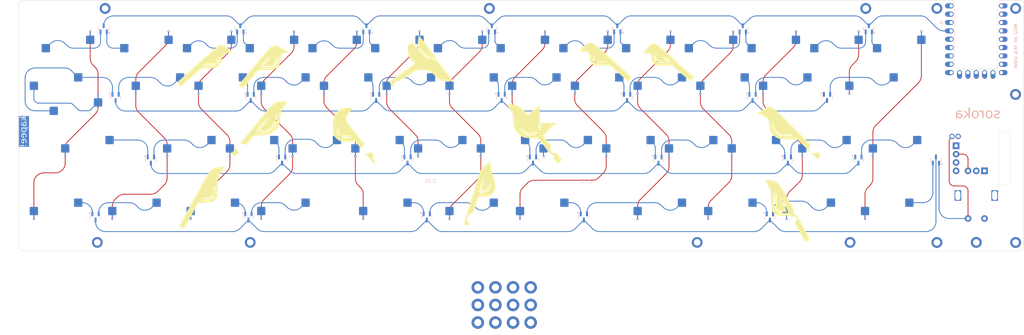
<source format=kicad_pcb>
(kicad_pcb (version 20241229) (generator "pcbnew") (generator_version "9.0")
  (layers (0 "F.Cu" signal) (2 "B.Cu" signal) (13 "F.Paste" user) (15 "B.Paste" user) (5 "F.SilkS" user "F.Silkscreen") (7 "B.SilkS" user "B.Silkscreen") (1 "F.Mask" user) (3 "B.Mask" user) (25 "Edge.Cuts" user))
  (net 0 "")
  (net 1 "ROW0")
  (net 2 "Net-(SW1-Col)")
  (net 3 "Net-(SW2-Col)")
  (net 4 "Net-(SW4-Col)")
  (net 5 "Net-(SW3-Col)")
  (net 6 "Net-(SW5-Col)")
  (net 7 "Net-(SW6-Col)")
  (net 8 "Net-(SW7-Col)")
  (net 9 "Net-(SW8-Col)")
  (net 10 "Net-(SW10-Col)")
  (net 11 "Net-(SW9-Col)")
  (net 12 "Net-(SW11-Col)")
  (net 13 "Net-(SW12-Col)")
  (net 14 "Net-(SW14-Col)")
  (net 15 "Net-(SW13-Col)")
  (net 16 "ROW1")
  (net 17 "ROW2")
  (net 18 "ROW3")
  (net 19 "ENC_CCW")
  (net 20 "ENC_CW")
  (net 21 "GND")
  (net 22 "COL0")
  (net 23 "COL1")
  (net 24 "COL2")
  (net 25 "COL3")
  (net 26 "COL4")
  (net 27 "COL5")
  (net 28 "COL6")
  (net 29 "COL7")
  (net 30 "COL8")
  (net 31 "COL9")
  (net 32 "COL10")
  (net 33 "COL11")
  (net 34 "COL13")
  (net 35 "COL12")
  (net 36 "Net-(SW16-Col)")
  (net 37 "Net-(SW15-Col)")
  (net 38 "Net-(SW18-Col)")
  (net 39 "Net-(SW17-Col)")
  (net 40 "Net-(SW19-Col)")
  (net 41 "Net-(SW20-Col)")
  (net 42 "Net-(SW22-Col)")
  (net 43 "Net-(SW21-Col)")
  (net 44 "Net-(SW24-Col)")
  (net 45 "Net-(SW23-Col)")
  (net 46 "Net-(SW25-Col)")
  (net 47 "Net-(SW26-Col)")
  (net 48 "Net-(SW27-Col)")
  (net 49 "Net-(SW29-Col)")
  (net 50 "Net-(SW28-Col)")
  (net 51 "Net-(SW31-Col)")
  (net 52 "Net-(SW30-Col)")
  (net 53 "Net-(SW32-Col)")
  (net 54 "Net-(SW33-Col)")
  (net 55 "Net-(SW34-Col)")
  (net 56 "Net-(SW35-Col)")
  (net 57 "Net-(SW37-Col)")
  (net 58 "Net-(SW36-Col)")
  (net 59 "Net-(SW38-Col)")
  (net 60 "Net-(SW39-Col)")
  (net 61 "Net-(SW41-Col)")
  (net 62 "Net-(SW43-Col)")
  (net 63 "Net-(SW42-Col)")
  (net 64 "Net-(SW45-Col)")
  (net 65 "Net-(SW44-Col)")
  (net 66 "Net-(SW53-Col)")
  (net 67 "Net-(D24-Pad1)")
  (net 68 "Net-(SW51-Col)")
  (net 69 "Net-(SW52-Col)")
  (net 70 "Net-(SW54-Col)")
  (net 71 "Net-(SW50-Col)")
  (net 72 "Net-(SW47-Col)")
  (net 73 "Net-(SW48-Col)")
  (footprint "acheron_MXH.pretty-master:MX125H" (layer "F.Cu") (at 86.995 89.37625)
    (property "Reference" "SW15" (hide yes))
    (property "Value" "Normal")
  )
  (footprint "kapee-keeb-parts:" (layer "F.Cu") (at 98.896119 134.476257)
    (property "Reference" "" (hide yes))
    (property "Value" "")
  )
  (footprint "kapee-keeb-parts:" (layer "F.Cu") (at 377.758619 89.478093)
    (property "Reference" "" (hide yes))
    (property "Value" "")
  )
  (footprint "acheron_MXH.pretty-master:MX100H" (layer "F.Cu") (at 308.45125 89.37625)
    (property "Reference" "SW26" (hide yes))
    (property "Value" "MXSwitch")
  )
  (footprint "acheron_MXH.pretty-master:MX100H" (layer "F.Cu") (at 227.48875 70.32625 180)
    (property "Reference" "SW8" (hide yes))
    (property "Value" "MXSwitch")
  )
  (footprint "acheron_MXH.pretty-master:MX100H" (layer "F.Cu") (at 222.72625 108.42625)
    (property "Reference" "SW34" (hide yes))
    (property "Value" "MXSwitch")
  )
  (footprint "kapee-keeb-parts:" (layer "F.Cu") (at 217.958619 68.326251)
    (property "Reference" "" (hide yes))
    (property "Value" "")
  )
  (footprint "acheron_MXH.pretty-master:MX100H" (layer "F.Cu") (at 279.87625 108.42625)
    (property "Reference" "SW37" (hide yes))
    (property "Value" "MXSwitch")
  )
  (footprint "acheron_MXH.pretty-master:MX275HR" (layer "F.Cu") (at 234.6325 127.47625)
    (property "Reference" "SW54" (hide yes))
    (property "Value" "2.75u")
  )
  (footprint "kapee-keeb-parts:MountingHole_2.2mm_M2_DIN965_Pad" (layer "F.Cu") (at 230.5 153.5)
    (property "Reference" "H11" (hide yes))
    (property "Value" "MountingHole")
  )
  (footprint "acheron_MXH.pretty-master:MX100H" (layer "F.Cu") (at 194.15125 89.37625)
    (property "Reference" "SW20" (hide yes))
    (property "Value" "MXSwitch")
  )
  (footprint "acheron_MXH.pretty-master:MX100H" (layer "F.Cu") (at 189.38875 70.32625 180)
    (property "Reference" "SW6" (hide yes))
    (property "Value" "MXSwitch")
  )
  (footprint "acheron_MXH.pretty-master:MX100H" (layer "F.Cu") (at 303.68875 70.32625 180)
    (property "Reference" "SW12" (hide yes))
    (property "Value" "MXSwitch")
  )
  (footprint "acheron_MXH.pretty-master:MX100H" (layer "F.Cu") (at 260.82625 108.42625)
    (property "Reference" "SW36" (hide yes))
    (property "Value" "MXSwitch")
  )
  (footprint "kapee-keeb-parts:MountingHole_2.2mm_M2_DIN965_Pad" (layer "F.Cu") (at 225.15 153.5)
    (property "Reference" "H8" (hide yes))
    (property "Value" "MountingHole")
  )
  (footprint "kapee-keeb-parts:" (layer "F.Cu") (at 353.864619 63.301251)
    (property "Reference" "" (hide yes))
    (property "Value" "")
  )
  (footprint "acheron_MXH.pretty-master:MX225HR" (layer "F.Cu") (at 187.0075 127.47625)
    (property "Reference" "SW47" (hide yes))
    (property "Value" "2.25u")
  )
  (footprint "kapee-keeb-parts:MountingHole_2.2mm_M2_DIN965_Pad" (layer "F.Cu") (at 219.8 158.85)
    (property "Reference" "H6" (hide yes))
    (property "Value" "MountingHole")
  )
  (footprint "kapee-keeb-parts:MountingHole_2.2mm_M2_DIN965_Pad" (layer "F.Cu") (at 225.15 148.15)
    (property "Reference" "H7" (hide yes))
    (property "Value" "MountingHole")
  )
  (footprint "kapee-keeb-parts:EVQWGD001" (layer "F.Cu") (at 365.82325 112.1)
    (property "Reference" "SW56" (hide yes))
    (property "Value" "RotaryEncoder_Switch" (hide yes))
    (fp_line (start 6.9 4.5) (end 6.9 -10.9) (stroke (width 0.05)) (layer "Edge.Cuts"))
    (fp_line (start 7.3 -11.3) (end 9.9 -11.3) (stroke (width 0.05)) (layer "Edge.Cuts"))
    (fp_line (start 9.9 4.9) (end 7.3 4.9) (stroke (width 0.05)) (layer "Edge.Cuts"))
    (fp_line (start 10.3 -10.9) (end 10.3 4.5) (stroke (width 0.05)) (layer "Edge.Cuts"))
    (fp_arc (start 6.9 -10.9) (mid 7.017157 -11.182843) (end 7.3 -11.3) (stroke (width 0.05)) (layer "Edge.Cuts"))
    (fp_arc (start 7.3 4.9) (mid 7.017157 4.782843) (end 6.9 4.5) (stroke (width 0.05)) (layer "Edge.Cuts"))
    (fp_arc (start 9.9 -11.3) (mid 10.182843 -11.182843) (end 10.3 -10.9) (stroke (width 0.05)) (layer "Edge.Cuts"))
    (fp_arc (start 10.3 4.5) (mid 10.182843 4.782843) (end 9.9 4.9) (stroke (width 0.05)) (layer "Edge.Cuts"))
  )
  (footprint "acheron_MXH.pretty-master:MX100H" (layer "F.Cu") (at 270.35125 89.37625)
    (property "Reference" "SW24" (hide yes))
    (property "Value" "MXSwitch")
  )
  (footprint "kapee-keeb-parts:" (layer "F.Cu") (at 365.824119 134.476253)
    (property "Reference" "MP" (hide yes))
    (property "Value" "")
  )
  (footprint "kapee-keeb-parts:MountingHole_2.2mm_M2_DIN965_Pad" (layer "F.Cu") (at 214.45 148.15)
    (property "Reference" "H1" (hide yes))
    (property "Value" "MountingHole")
  )
  (footprint "acheron_MXH.pretty-master:MX175H" (layer "F.Cu") (at 334.645 89.37625)
    (property "Reference" "SW27" (hide yes))
    (property "Value" "MX175H")
  )
  (footprint "acheron_MXH.pretty-master:MX100H" (layer "F.Cu") (at 208.43875 70.32625 180)
    (property "Reference" "SW7" (hide yes))
    (property "Value" "MXSwitch")
  )
  (footprint "acheron_MXH.pretty-master:MX100H" (layer "F.Cu") (at 246.53875 70.32625 180)
    (property "Reference" "SW9" (hide yes))
    (property "Value" "MXSwitch")
  )
  (footprint "kapee-keeb-parts:MountingHole_2.2mm_M2_DIN965_Pad" (layer "F.Cu") (at 230.5 148.15)
    (property "Reference" "H10" (hide yes))
    (property "Value" "MountingHole")
  )
  (footprint "acheron_MXH.pretty-master:MX125H" (layer "F.Cu") (at 320.3575 108.42625)
    (property "Reference" "SW39" (hide yes))
    (property "Value" "1.25u")
  )
  (footprint "acheron_MXH.pretty-master:MX100H" (layer "F.Cu") (at 184.62625 108.42625)
    (property "Reference" "SW32" (hide yes))
    (property "Value" "MXSwitch")
  )
  (footprint "acheron_MXH.pretty-master:MX100H" (layer "F.Cu") (at 146.52625 108.42625)
    (property "Reference" "SW30" (hide yes))
    (property "Value" "MXSwitch")
  )
  (footprint "kapee-keeb-parts:MountingHole_2.2mm_M2_DIN965_Pad" (layer "F.Cu") (at 219.8 153.5)
    (property "Reference" "H5" (hide yes))
    (property "Value" "MountingHole")
  )
  (footprint "acheron_MXH.pretty-master:MX175H" (layer "F.Cu") (at 91.7575 89.37625 180)
    (property "Reference" "SW46" (hide yes))
    (property "Value" "Stepped")
  )
  (footprint "kapee-keeb-parts:RotaryEncoder_Alps_EC11E-Switch_Vertical_H20mm" (layer "F.Cu") (at 368.32415 112.71 -90)
    (property "Reference" "SW55" (hide yes))
    (property "Value" "RotaryEncoder_Switch" (hide yes))
  )
  (footprint "acheron_MXH.pretty-master:MX100H" (layer "F.Cu") (at 117.95125 89.37625)
    (property "Reference" "SW16" (hide yes))
    (property "Value" "MXSwitch")
  )
  (footprint "kapee-keeb-parts:MountingHole_2.2mm_M2_DIN965_Pad" (layer "F.Cu") (at 230.5 158.85)
    (property "Reference" "H12" (hide yes))
    (property "Value" "MountingHole")
  )
  (footprint "acheron_MXH.pretty-master:MX100H" (layer "F.Cu") (at 127.47625 108.42625)
    (property "Reference" "SW29" (hide yes))
    (property "Value" "MXSwitch")
  )
  (footprint "kapee-keeb-parts:" (layer "F.Cu") (at 281.062369 134.476257)
    (property "Reference" "" (hide yes))
    (property "Value" "")
  )
  (footprint "kapee-keeb-parts:MCU_rp2040-zero-tht" (layer "F.Cu") (at 365.82415 72.68)
    (property "Reference" "RZ1" (hide yes))
    (property "Value" "RP2040-Zero" (hide yes))
  )
  (footprint "acheron_MXH.pretty-master:MX100H" (layer "F.Cu") (at 251.30125 89.37625)
    (property "Reference" "SW23" (hide yes))
    (property "Value" "MXSwitch")
  )
  (footprint "kapee-keeb-parts:MountingHole_2.2mm_M2_DIN965_Pad" (layer "F.Cu") (at 214.45 158.85)
    (property "Reference" "H3" (hide yes))
    (property "Value" "MountingHole")
  )
  (footprint "kapee-keeb-parts:MountingHole_2.2mm_M2_DIN965_Pad" (layer "F.Cu") (at 219.8 148.15)
    (property "Reference" "H4" (hide yes))
    (property "Value" "MountingHole")
  )
  (footprint "kapee-keeb-parts:MountingHole_2.2mm_M2_DIN965_Pad" (layer "F.Cu") (at 214.45 153.5)
    (property "Reference" "H2" (hide yes))
    (property "Value" "MountingHole")
  )
  (footprint "kapee-keeb-parts:" (layer "F.Cu") (at 101.267974 68.326251)
    (property "Reference" "" (hide yes))
    (property "Value" "")
  )
  (footprint "acheron_MXH.pretty-master:MX100H" (layer "F.Cu") (at 156.05125 127.47625)
    (property "Reference" "SW45" (hide yes))
    (property "Value" "MXSwitch")
  )
  (footprint "kapee-keeb-parts:" (layer "F.Cu") (at 377.783619 134.501255)
    (property "Reference" "" (hide yes))
    (property "Value" "")
  )
  (footprint "kapee-keeb-parts:" (layer "F.Cu") (at 377.783619 63.301251)
    (property "Reference" "" (hide yes))
    (property "Value" "")
  )
  (footprint "kapee-keeb-parts:" (layer "F.Cu") (at 332.258619 63.326249)
    (property "Reference" "" (hide yes))
    (property "Value" "")
  )
  (footprint "acheron_MXH.pretty-master:MX100H" (layer "F.Cu") (at 341.78875 70.32625 180)
    (property "Reference" "SW14" (hide yes))
    (property "Value" "MXSwitch")
  )
  (footprint "acheron_MXH.pretty-master:MX100H" (layer "F.Cu") (at 232.25125 89.37625)
    (property "Reference" "SW22" (hide yes))
    (property "Value" "MXSwitch")
  )
  (footprint "acheron_MXH.pretty-master:MX125H" (layer "F.Cu") (at 315.595 127.47625)
    (property "Reference" "SW52" (hide yes))
    (property "Value" "MXH125")
  )
  (footprint "acheron_MXH.pretty-master:MX100H" (layer "F.Cu") (at 156.05125 89.37625)
    (property "Reference" "SW18" (hide yes))
    (property "Value" "MXSwitch")
  )
  (footprint "acheron_MXH.pretty-master:MX100H" (layer "F.Cu") (at 137.00125 89.37625)
    (property "Reference" "SW17" (hide yes))
    (property "Value" "MXSwitch")
  )
  (footprint "kapee-keeb-parts:" (layer "F.Cu") (at 353.864619 134.501253)
    (property "Reference" "" (hide yes))
    (property "Value" "")
  )
  (footprint "acheron_MXH.pretty-master:MX100H" (layer "F.Cu") (at 170.33875 70.32625 180)
    (property "Reference" "SW5" (hide yes))
    (property "Value" "MXSwitch")
  )
  (footprint "acheron_MXH.pretty-master:MX100H" (layer "F.Cu") (at 113.18875 70.32625 180)
    (property "Reference" "SW2" (hide yes))
    (property "Value" "MXSwitch")
  )
  (footprint "acheron_MXH.pretty-master:MX100H" (layer "F.Cu") (at 165.57625 108.42625)
    (property "Reference" "SW31" (hide yes))
    (property "Value" "MXSwitch")
  )
  (footprint "kapee-keeb-parts:" (layer "F.Cu") (at 145.329869 134.476257)
    (property "Reference" "" (hide yes))
    (property "Value" "")
  )
  (footprint "acheron_MXH.pretty-master:MX100H" (layer "F.Cu") (at 175.10125 89.37625)
    (property "Reference" "SW19" (hide yes))
    (property "Value" "MXSwitch")
  )
  (footprint "acheron_MXH.pretty-master:MX100H" (layer "F.Cu") (at 270.35125 127.47625)
    (property "Reference" "SW50" (hide yes))
    (property "Value" "MXSwitch")
  )
  (footprint "acheron_MXH.pretty-master:MX225H" (layer "F.Cu") (at 96.52 108.42625)
    (property "Reference" "SW28" (hide yes))
    (property "Value" "MX225R")
  )
  (footprint "acheron_MXH.pretty-master:MX125H" (layer "F.Cu") (at 291.7825 127.47625)
    (property "Reference" "SW51" (hide yes))
    (property "Value" "MXH125")
  )
  (footprint "acheron_MXH.pretty-master:MX700HR" (layer "F.Cu") (at 213.20125 127.47625)
    (property "Reference" "SW48" (hide yes))
    (property "Value" "7u")
  )
  (footprint "acheron_MXH.pretty-master:MX100H" (layer "F.Cu") (at 265.58875 70.32625 180)
    (property "Reference" "SW10" (hide yes))
    (property "Value" "MXSwitch")
  )
  (footprint "acheron_MXH.pretty-master:MX100H" (layer "F.Cu") (at 132.23875 70.32625 180)
    (property "Reference" "SW3" (hide yes))
    (property "Value" "MXSwitch")
  )
  (footprint "acheron_MXH.pretty-master:MX125H" (layer "F.Cu") (at 134.62 127.47625)
    (property "Reference" "SW44" (hide yes))
    (property "Value" "MXH125")
  )
  (footprint "acheron_MXH.pretty-master:MX125H" (layer "F.Cu") (at 86.995 127.47625)
    (property "Reference" "SW42" (hide yes))
    (property "Value" "MXH125")
  )
  (footprint "acheron_MXH.pretty-master:MX100H" (layer "F.Cu") (at 284.63875 70.32625 180)
    (property "Reference" "SW11" (hide yes))
    (property "Value" "MXSwitch")
  )
  (footprint "acheron_MXH.pretty-master:MX100H" (layer "F.Cu") (at 322.73875 70.32625 180)
    (property "Reference" "SW13" (hide yes))
    (property "Value" "MXSwitch")
  )
  (footprint "acheron_MXH.pretty-master:MX150H" (layer "F.Cu") (at 89.37625 70.32625 180)
    (property "Reference" "SW1" (hide yes))
    (property "Value" "MX150H")
  )
  (footprint "kapee-keeb-parts:MountingHole_2.2mm_M2_DIN965_Pad" (layer "F.Cu") (at 225.15 158.85)
    (property "Reference" "H9" (hide yes))
    (property "Value" "MountingHole")
  )
  (footprint "acheron_MXH.pretty-master:MX100H" (layer "F.Cu") (at 341.78875 108.42625)
    (property "Reference" "SW41" (hide yes))
    (property "Value" "1u")
  )
  (footprint "acheron_MXH.pretty-master:MX100H" (layer "F.Cu") (at 213.20125 89.37625)
    (property "Reference" "SW21" (hide yes))
    (property "Value" "MXSwitch")
  )
  (footprint "acheron_MXH.pretty-master:MX100H" (layer "F.Cu") (at 289.40125 89.37625)
    (property "Reference" "SW25" (hide yes))
    (property "Value" "MXSwitch")
  )
  (footprint "acheron_MXH.pretty-master:MX100H" (layer "F.Cu") (at 151.28875 70.32625 180)
    (property "Reference" "SW4" (hide yes))
    (property "Value" "MXSwitch")
  )
  (footprint "acheron_MXH.pretty-master:MX125H" (layer "F.Cu") (at 110.8075 127.47625)
    (property "Reference" "SW43" (hide yes))
    (property "Value" "MXH125")
  )
  (footprint "acheron_MXH.pretty-master:MX100H" (layer "F.Cu") (at 203.67625 108.42625)
    (property "Reference" "SW33" (hide yes))
    (property "Value" "MXSwitch")
  )
  (footprint "kapee-keeb-parts:" (layer "F.Cu") (at 327.496119 134.476257)
    (property "Reference" "" (hide yes))
    (property "Value" "")
  )
  (footprint "acheron_MXH.pretty-master:MX100H" (layer "F.Cu") (at 241.77625 108.42625)
    (property "Reference" "SW35" (hide yes))
    (property "Value" "MXSwitch")
  )
  (footprint "acheron_MXH.pretty-master:MX125H" (layer "F.Cu") (at 339.4075 127.47625)
    (property "Reference" "SW53" (hide yes))
    (property "Value" "MXH125")
  )
  (footprint "acheron_MXH.pretty-master:MX100H" (layer "F.Cu") (at 298.92625 108.42625)
    (property "Reference" "SW38" (hide yes))
    (property "Value" "MXSwitch")
  )
  (footprint "LOGO" (layer "F.Cu") (at 216.2 101.4)
    (property "Reference" "G***" (hide yes))
    (property "Value" "LOGO" (hide yes))
  )
  (footprint "Package_TO_SOT_SMD:SOT-23" (layer "B.Cu") (at 218.71125 69.51375 90)
    (property "Reference" "D4" (hide yes))
    (property "Value" "BAT54C")
  )
  (footprint "Package_TO_SOT_SMD:SOT-23" (layer "B.Cu") (at 155.00375 109.42625 -90)
    (property "Reference" "D16" (hide yes))
    (property "Value" "BAT54C")
  )
  (footprint "Package_TO_SOT_SMD:SOT-23" (layer "B.Cu") (at 269.30375 109.42625 -90)
    (property "Reference" "D19" (hide yes))
    (property "Value" "BAT54C")
  )
  (footprint "Package_TO_SOT_SMD:SOT-23" (layer "B.Cu") (at 320.500625 90.37625 -90)
    (property "Reference" "D14" (hide yes))
    (property "Value" "BAT54C")
  )
  (footprint "Package_TO_SOT_SMD:SOT-23" (layer "B.Cu") (at 333.18625 69.51375 90)
    (property "Reference" "D7" (hide yes))
    (property "Value" "BAT54C")
  )
  (footprint "Package_TO_SOT_SMD:SOT-23" (layer "B.Cu") (at 198.9455 126.72625 -90)
    (property "Reference" "D27" (hide yes))
    (property "Value" "BAT54C")
  )
  (footprint "Package_TO_SOT_SMD:SOT-23" (layer "B.Cu") (at 303.14125 126.72625 -90)
    (property "Reference" "D25" (hide yes))
    (property "Value" "BAT54C")
  )
  (footprint "Package_TO_SOT_SMD:SOT-23" (layer "B.Cu") (at 353.57625 109.42625 90)
    (property "Reference" "D24" (hide yes))
    (property "Value" "BAT54C")
  )
  (footprint "Package_TO_SOT_SMD:SOT-23" (layer "B.Cu") (at 115.166625 109.42625 -90)
    (property "Reference" "D15" (hide yes))
    (property "Value" "BAT54C")
  )
  (footprint "Package_TO_SOT_SMD:SOT-23" (layer "B.Cu") (at 259.77875 90.37625 -90)
    (property "Reference" "D12" (hide yes))
    (property "Value" "BAT54C")
  )
  (footprint "Package_TO_SOT_SMD:SOT-23" (layer "B.Cu") (at 180.61125 69.51375 90)
    (property "Reference" "D3" (hide yes))
    (property "Value" "BAT54C")
  )
  (footprint "Package_TO_SOT_SMD:SOT-23" (layer "B.Cu") (at 145.47875 90.37625 -90)
    (property "Reference" "D9" (hide yes))
    (property "Value" "BAT54C")
  )
  (footprint "Package_TO_SOT_SMD:SOT-23" (layer "B.Cu") (at 256.81125 69.51375 90)
    (property "Reference" "D5" (hide yes))
    (property "Value" "BAT54C")
  )
  (footprint "Package_TO_SOT_SMD:SOT-23" (layer "B.Cu") (at 142.32625 69.51375 90)
    (property "Reference" "D2" (hide yes))
    (property "Value" "BAT54C")
  )
  (footprint "Package_TO_SOT_SMD:SOT-23" (layer "B.Cu") (at 297.87875 90.37625 -90)
    (property "Reference" "D13" (hide yes))
    (property "Value" "BAT54C")
  )
  (footprint "Package_TO_SOT_SMD:SOT-23" (layer "B.Cu") (at 294.91125 69.51375 90)
    (property "Reference" "D6" (hide yes))
    (property "Value" "BAT54C")
  )
  (footprint "Package_TO_SOT_SMD:SOT-23" (layer "B.Cu") (at 183.57875 90.37625 -90)
    (property "Reference" "D10" (hide yes))
    (property "Value" "BAT54C")
  )
  (footprint "Package_TO_SOT_SMD:SOT-23" (layer "B.Cu") (at 231.20375 109.42625 -90)
    (property "Reference" "D18" (hide yes))
    (property "Value" "BAT54C")
  )
  (footprint "Package_TO_SOT_SMD:SOT-23" (layer "B.Cu") (at 98.35375 126.72625 -90)
    (property "Reference" "D22" (hide yes))
    (property "Value" "BAT54C")
  )
  (footprint "Package_TO_SOT_SMD:SOT-23" (layer "B.Cu") (at 144.788125 126.72625 -90)
    (property "Reference" "D23" (hide yes))
    (property "Value" "BAT54C")
  )
  (footprint "Package_TO_SOT_SMD:SOT-23" (layer "B.Cu") (at 104.441875 90.37625 -90)
    (property "Reference" "D8" (hide yes))
    (property "Value" "BAT54C")
  )
  (footprint "Package_TO_SOT_SMD:SOT-23" (layer "B.Cu") (at 330.025625 109.42625 -90)
    (property "Reference" "D21" (hide yes))
    (property "Value" "BAT54C")
  )
  (footprint "Package_TO_SOT_SMD:SOT-23" (layer "B.Cu") (at 100.82625 69.51375 90)
    (property "Reference" "D1" (hide yes))
    (property "Value" "BAT54C")
  )
  (footprint "Package_TO_SOT_SMD:SOT-23" (layer "B.Cu") (at 193.10375 109.42625 -90)
    (property "Reference" "D17" (hide yes))
    (property "Value" "BAT54C")
  )
  (footprint "Package_TO_SOT_SMD:SOT-23" (layer "B.Cu") (at 246.658 126.72625 -90)
    (property "Reference" "D26" (hide yes))
    (property "Value" "BAT54C")
  )
  (footprint "Package_TO_SOT_SMD:SOT-23" (layer "B.Cu") (at 308.594375 109.42625 -90)
    (property "Reference" "D20" (hide yes))
    (property "Value" "BAT54C")
  )
  (footprint "Package_TO_SOT_SMD:SOT-23" (layer "B.Cu") (at 221.67875 90.37625 -90)
    (property "Reference" "D11" (hide yes))
    (property "Value" "BAT54C")
  )
  (gr_line (start 371.597619 81.701253) (end 360.097619 81.701253) (stroke (width 0.1)) (layer "Edge.Cuts"))
  (gr_line (start 76.383619 137) (end 378.983619 137) (stroke (width 0.1)) (layer "Edge.Cuts"))
  (gr_line (start 378.983619 60.801249) (end 373.697619 60.801249) (stroke (width 0.1)) (layer "Edge.Cuts"))
  (gr_line (start 371.775636 81.681239) (end 371.597619 81.701253) (stroke (width 0.1)) (layer "Edge.Cuts"))
  (gr_arc (start 76.383619 137) (mid 75.46438 136.619239) (end 75.083619 135.7) (stroke (width 0.1)) (layer "Edge.Cuts"))
  (gr_line (start 372.397619 80.901253) (end 372.377552 81.079271) (stroke (width 0.1)) (layer "Edge.Cuts"))
  (gr_line (start 372.318381 81.248363) (end 372.223072 81.400051) (stroke (width 0.1)) (layer "Edge.Cuts"))
  (gr_line (start 359.317618 81.079275) (end 359.297619 80.901253) (stroke (width 0.1)) (layer "Edge.Cuts"))
  (gr_line (start 355.3 60.801249) (end 76.383619 60.801249) (stroke (width 0.1)) (layer "Edge.Cuts"))
  (gr_line (start 359.750496 81.622035) (end 359.598802 81.526727) (stroke (width 0.1)) (layer "Edge.Cuts"))
  (gr_line (start 359.598802 81.526727) (end 359.472118 81.400055) (stroke (width 0.1)) (layer "Edge.Cuts"))
  (gr_line (start 372.223072 81.400051) (end 372.096402 81.526731) (stroke (width 0.1)) (layer "Edge.Cuts"))
  (gr_line (start 372.377552 81.079271) (end 372.318381 81.248363) (stroke (width 0.1)) (layer "Edge.Cuts"))
  (gr_arc (start 372.397619 62.101249) (mid 372.778364 61.181985) (end 373.697619 60.801249) (stroke (width 0.1)) (layer "Edge.Cuts"))
  (gr_line (start 359.297619 80.9) (end 359.297619 62.101249) (stroke (width 0.1)) (layer "Edge.Cuts"))
  (gr_line (start 359.376797 81.248369) (end 359.317618 81.079275) (stroke (width 0.1)) (layer "Edge.Cuts"))
  (gr_arc (start 380.283619 135.7) (mid 379.902859 136.619246) (end 378.983619 137) (stroke (width 0.1)) (layer "Edge.Cuts"))
  (gr_line (start 75.083619 135.7) (end 75.083619 62.101249) (stroke (width 0.1)) (layer "Edge.Cuts"))
  (gr_line (start 355.3 60.801249) (end 357.997619 60.801249) (stroke (width 0.1)) (layer "Edge.Cuts"))
  (gr_arc (start 75.083619 62.101249) (mid 75.464364 61.181985) (end 76.383619 60.801249) (stroke (width 0.1)) (layer "Edge.Cuts"))
  (gr_line (start 360.097619 81.701253) (end 359.919595 81.681199) (stroke (width 0.1)) (layer "Edge.Cuts"))
  (gr_line (start 359.472118 81.400055) (end 359.376797 81.248369) (stroke (width 0.1)) (layer "Edge.Cuts"))
  (gr_line (start 372.397619 80.901253) (end 372.397619 62.101249) (stroke (width 0.1)) (layer "Edge.Cuts"))
  (gr_arc (start 378.983619 60.801249) (mid 379.902858 61.18201) (end 380.283619 62.101249) (stroke (width 0.1)) (layer "Edge.Cuts"))
  (gr_arc (start 357.997619 60.801249) (mid 358.916828 61.18202) (end 359.297619 62.101249) (stroke (width 0.1)) (layer "Edge.Cuts"))
  (gr_line (start 371.944722 81.622054) (end 371.775636 81.681239) (stroke (width 0.1)) (layer "Edge.Cuts"))
  (gr_line (start 372.096402 81.526731) (end 371.944722 81.622054) (stroke (width 0.1)) (layer "Edge.Cuts"))
  (gr_line (start 359.919595 81.681199) (end 359.750496 81.622035) (stroke (width 0.1)) (layer "Edge.Cuts"))
  (gr_line (start 380.283619 62.101249) (end 380.283619 135.7) (stroke (width 0.1)) (layer "Edge.Cuts"))
  (gr_text "kapee!" (at 77.7 96 90) (layer "B.Cu" knockout) (effects (font (size 2 2) (thickness 0.25) (italic yes)) (justify left bottom mirror)))
  (gr_text "MCU on this side!" (at 378.4 67.8 90) (layer "B.SilkS") (effects (font (size 1 1) (thickness 0.15) (italic yes)) (justify left bottom mirror)))
  (gr_text "3V" (at 354.45 67.65 0) (layer "B.SilkS") (effects (font (size 0.8 0.8) (thickness 0.1)) (justify right mirror)))
  (gr_text "soroka" (at 373.179279 97.2 0) (layer "B.SilkS") (effects (font (size 3 3) (thickness 0.5)) (justify left bottom mirror)))
  (segment (start 299.118891 65.57625) (end 328.943609 65.57625) (width 0.25) (layer "B.Cu") (net 1))
  (segment (start 337.428891 65.57625) (end 348.883609 65.57625) (width 0.25) (layer "B.Cu") (net 1))
  (segment (start 100.82625 68.57625) (end 100.82625 68.57625) (width 0.25) (layer "B.Cu") (net 1))
  (segment (start 290.651109 65.57625) (end 261.053891 65.57625) (width 0.25) (layer "B.Cu") (net 1))
  (segment (start 294.89375 68.57625) (end 292.772429 66.454929) (width 0.25) (layer "B.Cu") (net 1))
  (segment (start 103.82625 65.57625) (end 138.083609 65.57625) (width 0.25) (layer "B.Cu") (net 1))
  (segment (start 216.589929 66.454929) (end 218.71125 68.57625) (width 0.25) (layer "B.Cu") (net 1))
  (segment (start 140.20493 66.45493) (end 142.32625 68.57625) (width 0.25) (layer "B.Cu") (net 1))
  (segment (start 180.61125 68.57625) (end 182.732571 66.454929) (width 0.25) (layer "B.Cu") (net 1))
  (segment (start 100.82625 68.57625) (end 100.82625 68.57625) (width 0.25) (layer "B.Cu") (net 1))
  (segment (start 180.61125 68.57625) (end 178.489929 66.454929) (width 0.25) (layer "B.Cu") (net 1))
  (segment (start 333.18625 68.57625) (end 335.307571 66.454929) (width 0.25) (layer "B.Cu") (net 1))
  (segment (start 294.91125 68.57625) (end 294.91125 68.54125) (width 0.25) (layer "B.Cu") (net 1))
  (segment (start 223.37625 65.57625) (end 252.568609 65.57625) (width 0.25) (layer "B.Cu") (net 1))
  (segment (start 184.853891 65.57625) (end 214.12625 65.57625) (width 0.25) (layer "B.Cu") (net 1))
  (segment (start 256.81125 68.57625) (end 254.689929 66.454929) (width 0.25) (layer "B.Cu") (net 1))
  (segment (start 294.91125 68.54125) (end 296.997571 66.454929) (width 0.25) (layer "B.Cu") (net 1))
  (segment (start 258.93257 66.45493) (end 256.81125 68.57625) (width 0.25) (layer "B.Cu") (net 1))
  (segment (start 146.568891 65.57625) (end 176.368609 65.57625) (width 0.25) (layer "B.Cu") (net 1))
  (segment (start 218.71125 68.57625) (end 220.832571 66.454929) (width 0.25) (layer "B.Cu") (net 1))
  (segment (start 294.91125 68.57625) (end 294.89375 68.57625) (width 0.25) (layer "B.Cu") (net 1))
  (segment (start 222.953891 65.57625) (end 223.37625 65.57625) (width 0.25) (layer "B.Cu") (net 1))
  (segment (start 331.064929 66.454929) (end 333.18625 68.57625) (width 0.25) (layer "B.Cu") (net 1))
  (segment (start 214.12625 65.57625) (end 214.468609 65.57625) (width 0.25) (layer "B.Cu") (net 1))
  (segment (start 142.32625 68.57625) (end 144.447571 66.454929) (width 0.25) (layer "B.Cu") (net 1))
  (segment (start 355.932641 70.14) (end 358.20415 70.14) (width 0.25) (layer "B.Cu") (net 1))
  (segment (start 351.00493 66.45493) (end 353.811321 69.261321) (width 0.25) (layer "B.Cu") (net 1))
  (arc (start 220.832571 66.454929) (mid 221.805841 65.804611) (end 222.953891 65.57625) (width 0.25) (layer "B.Cu") (net 1))
  (arc (start 103.82625 65.57625) (mid 101.70493 66.45493) (end 100.82625 68.57625) (width 0.25) (layer "B.Cu") (net 1))
  (arc (start 335.307571 66.454929) (mid 336.280841 65.804611) (end 337.428891 65.57625) (width 0.25) (layer "B.Cu") (net 1))
  (arc (start 176.368609 65.57625) (mid 177.516659 65.804611) (end 178.489929 66.454929) (width 0.25) (layer "B.Cu") (net 1))
  (arc (start 140.20493 66.45493) (mid 139.23166 65.804611) (end 138.083609 65.57625) (width 0.25) (layer "B.Cu") (net 1))
  (arc (start 182.732571 66.454929) (mid 183.705841 65.804611) (end 184.853891 65.57625) (width 0.25) (layer "B.Cu") (net 1))
  (arc (start 353.811321 69.261321) (mid 354.784591 69.911639) (end 355.932641 70.14) (width 0.25) (layer "B.Cu") (net 1))
  (arc (start 348.883609 65.57625) (mid 350.03166 65.804612) (end 351.00493 66.45493) (width 0.25) (layer "B.Cu") (net 1))
  (arc (start 254.689929 66.454929) (mid 253.716659 65.804611) (end 252.568609 65.57625) (width 0.25) (layer "B.Cu") (net 1))
  (arc (start 328.943609 65.57625) (mid 330.091659 65.804611) (end 331.064929 66.454929) (width 0.25) (layer "B.Cu") (net 1))
  (arc (start 290.651109 65.57625) (mid 291.799159 65.804611) (end 292.772429 66.454929) (width 0.25) (layer "B.Cu") (net 1))
  (arc (start 261.053891 65.57625) (mid 259.90584 65.804612) (end 258.93257 66.45493) (width 0.25) (layer "B.Cu") (net 1))
  (arc (start 214.468609 65.57625) (mid 215.616659 65.804611) (end 216.589929 66.454929) (width 0.25) (layer "B.Cu") (net 1))
  (arc (start 299.118891 65.57625) (mid 297.970841 65.804611) (end 296.997571 66.454929) (width 0.25) (layer "B.Cu") (net 1))
  (arc (start 144.447571 66.454929) (mid 145.420841 65.804611) (end 146.568891 65.57625) (width 0.25) (layer "B.Cu") (net 1))
  (segment (start 89.57757 74.52757) (end 88.98957 73.93957) (width 0.25) (layer "B.Cu") (net 2))
  (segment (start 84.746929 73.939571) (end 83.28025 75.40625) (width 0.25) (layer "B.Cu") (net 2))
  (segment (start 97.87625 75.40625) (end 91.698891 75.40625) (width 0.25) (layer "B.Cu") (net 2))
  (segment (start 99.87625 70.45125) (end 99.87625 73.40625) (width 0.25) (layer "B.Cu") (net 2))
  (arc (start 97.87625 75.40625) (mid 99.290464 74.820464) (end 99.87625 73.40625) (width 0.25) (layer "B.Cu") (net 2))
  (arc (start 88.98957 73.93957) (mid 86.868249 73.060891) (end 84.746929 73.939571) (width 0.25) (layer "B.Cu") (net 2))
  (arc (start 91.698891 75.40625) (mid 90.55084 75.177888) (end 89.57757 74.52757) (width 0.25) (layer "B.Cu") (net 2))
  (segment (start 101.77625 70.45125) (end 101.77625 73.40625) (width 0.25) (layer "B.Cu") (net 3))
  (segment (start 103.77625 75.40625) (end 107.09275 75.40625) (width 0.25) (layer "B.Cu") (net 3))
  (arc (start 103.77625 75.40625) (mid 102.362036 74.820464) (end 101.77625 73.40625) (width 0.25) (layer "B.Cu") (net 3))
  (segment (start 143.569143 73.782643) (end 145.19275 75.40625) (width 0.25) (layer "B.Cu") (net 4))
  (segment (start 143.27625 70.45125) (end 143.27625 73.075536) (width 0.25) (layer "B.Cu") (net 4))
  (arc (start 143.27625 73.075536) (mid 143.35237 73.458219) (end 143.569143 73.782643) (width 0.25) (layer "B.Cu") (net 4))
  (segment (start 126.14275 75.40625) (end 127.515557 74.033443) (width 0.25) (layer "B.Cu") (net 5))
  (segment (start 134.373644 75.40625) (end 139.37625 75.40625) (width 0.25) (layer "B.Cu") (net 5))
  (segment (start 131.758197 74.033444) (end 132.252324 74.527571) (width 0.25) (layer "B.Cu") (net 5))
  (segment (start 141.37625 73.40625) (end 141.37625 70.45125) (width 0.25) (layer "B.Cu") (net 5))
  (arc (start 132.252324 74.527571) (mid 133.225594 75.177889) (end 134.373644 75.40625) (width 0.25) (layer "B.Cu") (net 5))
  (arc (start 127.515557 74.033443) (mid 129.636877 73.154764) (end 131.758197 74.033444) (width 0.25) (layer "B.Cu") (net 5))
  (arc (start 139.37625 75.40625) (mid 140.790464 74.820464) (end 141.37625 73.40625) (width 0.25) (layer "B.Cu") (net 5))
  (segment (start 172.448891 75.40625) (end 177.66125 75.40625) (width 0.25) (layer "B.Cu") (net 6))
  (segment (start 169.845821 74.045821) (end 170.327571 74.527571) (width 0.25) (layer "B.Cu") (net 6))
  (segment (start 164.24275 75.40625) (end 165.60318 74.04582) (width 0.25) (layer "B.Cu") (net 6))
  (segment (start 179.66125 73.40625) (end 179.66125 70.45125) (width 0.25) (layer "B.Cu") (net 6))
  (arc (start 179.66125 73.40625) (mid 179.075464 74.820464) (end 177.66125 75.40625) (width 0.25) (layer "B.Cu") (net 6))
  (arc (start 165.60318 74.04582) (mid 167.724501 73.167141) (end 169.845821 74.045821) (width 0.25) (layer "B.Cu") (net 6))
  (arc (start 170.327571 74.527571) (mid 171.300841 75.177889) (end 172.448891 75.40625) (width 0.25) (layer "B.Cu") (net 6))
  (segment (start 181.854143 73.967643) (end 183.29275 75.40625) (width 0.25) (layer "B.Cu") (net 7))
  (segment (start 181.56125 70.45125) (end 181.56125 73.260536) (width 0.25) (layer "B.Cu") (net 7))
  (arc (start 181.56125 73.260536) (mid 181.63737 73.643219) (end 181.854143 73.967643) (width 0.25) (layer "B.Cu") (net 7))
  (segment (start 202.34275 75.40625) (end 203.77818 73.97082) (width 0.25) (layer "B.Cu") (net 8))
  (segment (start 210.698891 75.40625) (end 215.76125 75.40625) (width 0.25) (layer "B.Cu") (net 8))
  (segment (start 217.76125 73.40625) (end 217.76125 70.45125) (width 0.25) (layer "B.Cu") (net 8))
  (segment (start 208.020821 73.970821) (end 208.577571 74.527571) (width 0.25) (layer "B.Cu") (net 8))
  (arc (start 203.77818 73.97082) (mid 205.899501 73.092141) (end 208.020821 73.970821) (width 0.25) (layer "B.Cu") (net 8))
  (arc (start 215.76125 75.40625) (mid 217.175464 74.820464) (end 217.76125 73.40625) (width 0.25) (layer "B.Cu") (net 8))
  (arc (start 208.577571 74.527571) (mid 209.550841 75.177889) (end 210.698891 75.40625) (width 0.25) (layer "B.Cu") (net 8))
  (segment (start 219.954143 73.967643) (end 221.39275 75.40625) (width 0.25) (layer "B.Cu") (net 9))
  (segment (start 219.66125 70.45125) (end 219.66125 73.260536) (width 0.25) (layer "B.Cu") (net 9))
  (arc (start 219.66125 73.260536) (mid 219.73737 73.643219) (end 219.954143 73.967643) (width 0.25) (layer "B.Cu") (net 9))
  (segment (start 257.76125 70.45125) (end 257.76125 73.260536) (width 0.25) (layer "B.Cu") (net 10))
  (segment (start 258.054143 73.967643) (end 259.49275 75.40625) (width 0.25) (layer "B.Cu") (net 10))
  (arc (start 257.76125 73.260536) (mid 257.83737 73.643219) (end 258.054143 73.967643) (width 0.25) (layer "B.Cu") (net 10))
  (segment (start 240.44275 75.40625) (end 241.82818 74.02082) (width 0.25) (layer "B.Cu") (net 11))
  (segment (start 246.070821 74.020821) (end 246.577571 74.527571) (width 0.25) (layer "B.Cu") (net 11))
  (segment (start 248.698891 75.40625) (end 253.86125 75.40625) (width 0.25) (layer "B.Cu") (net 11))
  (segment (start 255.86125 73.40625) (end 255.86125 70.45125) (width 0.25) (layer "B.Cu") (net 11))
  (arc (start 246.577571 74.527571) (mid 247.550841 75.177889) (end 248.698891 75.40625) (width 0.25) (layer "B.Cu") (net 11))
  (arc (start 255.86125 73.40625) (mid 255.275464 74.820464) (end 253.86125 75.40625) (width 0.25) (layer "B.Cu") (net 11))
  (arc (start 241.82818 74.02082) (mid 243.949501 73.142141) (end 246.070821 74.020821) (width 0.25) (layer "B.Cu") (net 11))
  (segment (start 293.96125 73.40625) (end 293.96125 70.45125) (width 0.25) (layer "B.Cu") (net 12))
  (segment (start 278.54275 75.40625) (end 280.00318 73.94582) (width 0.25) (layer "B.Cu") (net 12))
  (segment (start 286.948891 75.40625) (end 291.96125 75.40625) (width 0.25) (layer "B.Cu") (net 12))
  (segment (start 284.245821 73.945821) (end 284.827571 74.527571) (width 0.25) (layer "B.Cu") (net 12))
  (arc (start 284.827571 74.527571) (mid 285.800841 75.177889) (end 286.948891 75.40625) (width 0.25) (layer "B.Cu") (net 12))
  (arc (start 293.96125 73.40625) (mid 293.375464 74.820464) (end 291.96125 75.40625) (width 0.25) (layer "B.Cu") (net 12))
  (arc (start 280.00318 73.94582) (mid 282.124501 73.067141) (end 284.245821 73.945821) (width 0.25) (layer "B.Cu") (net 12))
  (segment (start 296.154143 73.967643) (end 297.59275 75.40625) (width 0.25) (layer "B.Cu") (net 13))
  (segment (start 295.86125 70.45125) (end 295.86125 73.260536) (width 0.25) (layer "B.Cu") (net 13))
  (arc (start 296.154143 73.967643) (mid 295.93737 73.64322) (end 295.86125 73.260536) (width 0.25) (layer "B.Cu") (net 13))
  (segment (start 335.69275 75.40625) (end 334.429143 74.142643) (width 0.25) (layer "B.Cu") (net 14))
  (segment (start 334.13625 73.435536) (end 334.13625 70.45125) (width 0.25) (layer "B.Cu") (net 14))
  (arc (start 334.429143 74.142643) (mid 334.21237 73.81822) (end 334.13625 73.435536) (width 0.25) (layer "B.Cu") (net 14))
  (segment (start 316.64275 75.40625) (end 318.05318 73.99582) (width 0.25) (layer "B.Cu") (net 15))
  (segment (start 332.23625 73.40625) (end 332.23625 70.45125) (width 0.25) (layer "B.Cu") (net 15))
  (segment (start 324.948891 75.40625) (end 330.23625 75.40625) (width 0.25) (layer "B.Cu") (net 15))
  (segment (start 322.295821 73.995821) (end 322.827571 74.527571) (width 0.25) (layer "B.Cu") (net 15))
  (arc (start 332.23625 73.40625) (mid 331.650464 74.820464) (end 330.23625 75.40625) (width 0.25) (layer "B.Cu") (net 15))
  (arc (start 322.827571 74.527571) (mid 323.800841 75.177889) (end 324.948891 75.40625) (width 0.25) (layer "B.Cu") (net 15))
  (arc (start 318.05318 73.99582) (mid 320.174501 73.117141) (end 322.295821 73.995821) (width 0.25) (layer "B.Cu") (net 15))
  (segment (start 183.57875 91.31375) (end 185.912571 93.647571) (width 0.25) (layer "B.Cu") (net 16))
  (segment (start 219.34493 93.64757) (end 221.67875 91.31375) (width 0.25) (layer "B.Cu") (net 16))
  (segment (start 318.166805 93.64757) (end 320.500625 91.31375) (width 0.25) (layer "B.Cu") (net 16))
  (segment (start 295.54493 93.64757) (end 297.87875 91.31375) (width 0.25) (layer "B.Cu") (net 16))
  (segment (start 221.67875 91.31375) (end 224.012571 93.647571) (width 0.25) (layer "B.Cu") (net 16))
  (segment (start 264.233891 94.52625) (end 293.423609 94.52625) (width 0.25) (layer "B.Cu") (net 16))
  (segment (start 188.033891 94.52625) (end 217.223609 94.52625) (width 0.25) (layer "B.Cu") (net 16))
  (segment (start 257.44493 93.64757) (end 259.77875 91.31375) (width 0.25) (layer "B.Cu") (net 16))
  (segment (start 259.77875 91.31375) (end 262.112571 93.647571) (width 0.25) (layer "B.Cu") (net 16))
  (segment (start 141.023609 94.52625) (end 107.441875 94.52625) (width 0.25) (layer "B.Cu") (net 16))
  (segment (start 226.133891 94.52625) (end 255.323609 94.52625) (width 0.25) (layer "B.Cu") (net 16))
  (segment (start 302.333891 94.52625) (end 316.045484 94.52625) (width 0.25) (layer "B.Cu") (net 16))
  (segment (start 145.47875 91.31375) (end 147.812571 93.647571) (width 0.25) (layer "B.Cu") (net 16))
  (segment (start 297.87875 91.31375) (end 300.212571 93.647571) (width 0.25) (layer "B.Cu") (net 16))
  (segment (start 181.24493 93.64757) (end 183.57875 91.31375) (width 0.25) (layer "B.Cu") (net 16))
  (segment (start 145.47875 91.31375) (end 143.14493 93.64757) (width 0.25) (layer "B.Cu") (net 16))
  (segment (start 149.933891 94.52625) (end 179.123609 94.52625) (width 0.25) (layer "B.Cu") (net 16))
  (arc (start 318.166805 93.64757) (mid 317.193535 94.297889) (end 316.045484 94.52625) (width 0.25) (layer "B.Cu") (net 16))
  (arc (start 149.933891 94.52625) (mid 148.785841 94.297889) (end 147.812571 93.647571) (width 0.25) (layer "B.Cu") (net 16))
  (arc (start 143.14493 93.64757) (mid 142.17166 94.297889) (end 141.023609 94.52625) (width 0.25) (layer "B.Cu") (net 16))
  (arc (start 217.223609 94.52625) (mid 218.37166 94.297888) (end 219.34493 93.64757) (width 0.25) (layer "B.Cu") (net 16))
  (arc (start 255.323609 94.52625) (mid 256.47166 94.297888) (end 257.44493 93.64757) (width 0.25) (layer "B.Cu") (net 16))
  (arc (start 179.123609 94.52625) (mid 180.27166 94.297888) (end 181.24493 93.64757) (width 0.25) (layer "B.Cu") (net 16))
  (arc (start 107.441875 94.52625) (mid 105.320555 93.64757) (end 104.441875 91.52625) (width 0.25) (layer "B.Cu") (net 16))
  (arc (start 302.333891 94.52625) (mid 301.185841 94.297889) (end 300.212571 93.647571) (width 0.25) (layer "B.Cu") (net 16))
  (arc (start 226.133891 94.52625) (mid 224.985841 94.297889) (end 224.012571 93.647571) (width 0.25) (layer "B.Cu") (net 16))
  (arc (start 293.423609 94.52625) (mid 294.57166 94.297888) (end 295.54493 93.64757) (width 0.25) (layer "B.Cu") (net 16))
  (arc (start 264.233891 94.52625) (mid 263.085841 94.297889) (end 262.112571 93.647571) (width 0.25) (layer "B.Cu") (net 16))
  (arc (start 188.033891 94.52625) (mid 186.885841 94.297889) (end 185.912571 93.647571) (width 0.25) (layer "B.Cu") (net 16))
  (segment (start 327.741805 112.64757) (end 330.025625 110.36375) (width 0.25) (layer "B.Cu") (net 17))
  (segment (start 190.81993 112.64757) (end 193.10375 110.36375) (width 0.25) (layer "B.Cu") (net 17))
  (segment (start 235.608891 113.52625) (end 264.898609 113.52625) (width 0.25) (layer "B.Cu") (net 17))
  (segment (start 269.30375 110.36375) (end 271.587571 112.647571) (width 0.25) (layer "B.Cu") (net 17))
  (segment (start 273.708891 113.52625) (end 304.189234 113.52625) (width 0.25) (layer "B.Cu") (net 17))
  (segment (start 152.71993 112.64757) (end 155.00375 110.36375) (width 0.25) (layer "B.Cu") (net 17))
  (segment (start 118.166625 113.52625) (end 150.598609 113.52625) (width 0.25) (layer "B.Cu") (net 17))
  (segment (start 155.00375 110.36375) (end 157.287571 112.647571) (width 0.25) (layer "B.Cu") (net 17))
  (segment (start 267.01993 112.64757) (end 269.30375 110.36375) (width 0.25) (layer "B.Cu") (net 17))
  (segment (start 228.91993 112.64757) (end 231.20375 110.36375) (width 0.25) (layer "B.Cu") (net 17))
  (segment (start 197.508891 113.52625) (end 226.798609 113.52625) (width 0.25) (layer "B.Cu") (net 17))
  (segment (start 193.10375 110.36375) (end 195.387571 112.647571) (width 0.25) (layer "B.Cu") (net 17))
  (segment (start 159.408891 113.52625) (end 188.698609 113.52625) (width 0.25) (layer "B.Cu") (net 17))
  (segment (start 312.999516 113.52625) (end 325.620484 113.52625) (width 0.25) (layer "B.Cu") (net 17))
  (segment (start 306.310555 112.64757) (end 308.594375 110.36375) (width 0.25) (layer "B.Cu") (net 17))
  (segment (start 231.20375 110.36375) (end 233.487571 112.647571) (width 0.25) (layer "B.Cu") (net 17))
  (segment (start 308.594375 110.36375) (end 310.878196 112.647571) (width 0.25) (layer "B.Cu") (net 17))
  (arc (start 195.387571 112.647571) (mid 196.360841 113.297889) (end 197.508891 113.52625) (width 0.25) (layer "B.Cu") (net 17))
  (arc (start 190.81993 112.64757) (mid 189.84666 113.297889) (end 188.698609 113.52625) (width 0.25) (layer "B.Cu") (net 17))
  (arc (start 267.01993 112.64757) (mid 266.04666 113.297889) (end 264.898609 113.52625) (width 0.25) (layer "B.Cu") (net 17))
  (arc (start 150.598609 113.52625) (mid 151.74666 113.297888) (end 152.71993 112.64757) (width 0.25) (layer "B.Cu") (net 17))
  (arc (start 118.166625 113.52625) (mid 116.045305 112.64757) (end 115.166625 110.52625) (width 0.25) (layer "B.Cu") (net 17))
  (arc (start 233.487571 112.647571) (mid 234.460841 113.297889) (end 235.608891 113.52625) (width 0.25) (layer "B.Cu") (net 17))
  (arc (start 306.310555 112.64757) (mid 305.337285 113.297889) (end 304.189234 113.52625) (width 0.25) (layer "B.Cu") (net 17))
  (arc (start 157.287571 112.647571) (mid 158.260841 113.297889) (end 159.408891 113.52625) (width 0.25) (layer "B.Cu") (net 17))
  (arc (start 310.878196 112.647571) (mid 311.851466 113.297889) (end 312.999516 113.52625) (width 0.25) (layer "B.Cu") (net 17))
  (arc (start 325.620484 113.52625) (mid 326.768535 113.297888) (end 327.741805 112.64757) (width 0.25) (layer "B.Cu") (net 17))
  (arc (start 273.708891 113.52625) (mid 272.560841 113.297889) (end 271.587571 112.647571) (width 0.25) (layer "B.Cu") (net 17))
  (arc (start 226.798609 113.52625) (mid 227.94666 113.297888) (end 228.91993 112.64757) (width 0.25) (layer "B.Cu") (net 17))
  (segment (start 303.14125 127.66375) (end 305.77507 130.29757) (width 0.25) (layer "B.Cu") (net 18))
  (segment (start 307.896391 131.17625) (end 350.57625 131.17625) (width 0.25) (layer "B.Cu") (net 18))
  (segment (start 249.29182 130.29757) (end 246.658 127.66375) (width 0.25) (layer "B.Cu") (net 18))
  (segment (start 201.57932 130.29757) (end 198.9455 127.66375) (width 0.25) (layer "B.Cu") (net 18))
  (segment (start 300.50743 130.29757) (end 303.14125 127.66375) (width 0.25) (layer "B.Cu") (net 18))
  (segment (start 194.190359 131.17625) (end 149.543266 131.17625) (width 0.25) (layer "B.Cu") (net 18))
  (segment (start 353.57625 128.17625) (end 353.57625 108.48875) (width 0.25) (layer "B.Cu") (net 18))
  (segment (start 198.9455 127.66375) (end 196.311679 130.297571) (width 0.25) (layer "B.Cu") (net 18))
  (segment (start 246.658 127.66375) (end 244.024179 130.297571) (width 0.25) (layer "B.Cu") (net 18))
  (segment (start 144.788125 127.66375) (end 142.154304 130.297571) (width 0.25) (layer "B.Cu") (net 18))
  (segment (start 241.902859 131.17625) (end 203.700641 131.17625) (width 0.25) (layer "B.Cu") (net 18))
  (segment (start 251.413141 131.17625) (end 298.386109 131.17625) (width 0.25) (layer "B.Cu") (net 18))
  (segment (start 147.421945 130.29757) (end 144.788125 127.66375) (width 0.25) (layer "B.Cu") (net 18))
  (segment (start 101.35375 131.17625) (end 140.032984 131.17625) (width 0.25) (layer "B.Cu") (net 18))
  (arc (start 101.35375 131.17625) (mid 99.23243 130.29757) (end 98.35375 128.17625) (width 0.25) (layer "B.Cu") (net 18))
  (arc (start 298.386109 131.17625) (mid 299.53416 130.947888) (end 300.50743 130.29757) (width 0.25) (layer "B.Cu") (net 18))
  (arc (start 244.024179 130.297571) (mid 243.050909 130.947889) (end 241.902859 131.17625) (width 0.25) (layer "B.Cu") (net 18))
  (arc (start 203.700641 131.17625) (mid 202.55259 130.947888) (end 201.57932 130.29757) (width 0.25) (layer "B.Cu") (net 18))
  (arc (start 149.543266 131.17625) (mid 148.395215 130.947888) (end 147.421945 130.29757) (width 0.25) (layer "B.Cu") (net 18))
  (arc (start 350.57625 131.17625) (mid 352.69757 130.29757) (end 353.57625 128.17625) (width 0.25) (layer "B.Cu") (net 18))
  (arc (start 194.190359 131.17625) (mid 195.338409 130.947889) (end 196.311679 130.297571) (width 0.25) (layer "B.Cu") (net 18))
  (arc (start 142.154304 130.297571) (mid 141.181034 130.947889) (end 140.032984 131.17625) (width 0.25) (layer "B.Cu") (net 18))
  (arc (start 305.77507 130.29757) (mid 306.74834 130.947888) (end 307.896391 131.17625) (width 0.25) (layer "B.Cu") (net 18))
  (arc (start 251.413141 131.17625) (mid 250.26509 130.947888) (end 249.29182 130.29757) (width 0.25) (layer "B.Cu") (net 18))
  (segment (start 361.82415 107.63) (end 360.24825 107.63) (width 0.25) (layer "F.Cu") (net 20))
  (segment (start 363.32415 112.71) (end 363.32415 109.13) (width 0.25) (layer "F.Cu") (net 20))
  (arc (start 363.32415 109.13) (mid 362.88481 108.06934) (end 361.82415 107.63) (width 0.25) (layer "F.Cu") (net 20))
  (segment (start 99.1235 93.336359) (end 99.1235 89.57625) (width 0.25) (layer "F.Cu") (net 22))
  (segment (start 99.1235 89.57625) (end 99.1235 83.316141) (width 0.25) (layer "F.Cu") (net 22))
  (segment (start 89.154 108.32625) (end 89.154 105.791141) (width 0.25) (layer "F.Cu") (net 22))
  (segment (start 90.03268 103.66982) (end 98.244821 95.457679) (width 0.25) (layer "F.Cu") (net 22))
  (segment (start 89.154 110.32625) (end 89.154 108.32625) (width 0.25) (layer "F.Cu") (net 22))
  (segment (start 98.24482 81.19482) (end 97.620929 80.570929) (width 0.25) (layer "F.Cu") (net 22))
  (segment (start 82.629 113.32625) (end 86.154 113.32625) (width 0.25) (layer "F.Cu") (net 22))
  (segment (start 79.629 127.32625) (end 79.629 116.32625) (width 0.25) (layer "F.Cu") (net 22))
  (segment (start 96.74225 78.449609) (end 96.74225 70.32625) (width 0.25) (layer "F.Cu") (net 22))
  (via (at 79.629 127.32625) (size 0.6) (drill 0.3) (layers "F.Cu" "B.Cu") (net 22))
  (via (at 96.74225 70.32625) (size 0.6) (drill 0.3) (layers "F.Cu" "B.Cu") (net 22))
  (via (at 89.154 108.32625) (size 0.6) (drill 0.3) (layers "F.Cu" "B.Cu") (net 22))
  (via (at 99.1235 89.57625) (size 0.6) (drill 0.3) (layers "F.Cu" "B.Cu") (net 22))
  (arc (start 86.154 113.32625) (mid 88.27532 112.44757) (end 89.154 110.32625) (width 0.25) (layer "F.Cu") (net 22))
  (arc (start 96.74225 78.449609) (mid 96.970611 79.597659) (end 97.620929 80.570929) (width 0.25) (layer "F.Cu") (net 22))
  (arc (start 99.1235 93.336359) (mid 98.895139 94.484409) (end 98.244821 95.457679) (width 0.25) (layer "F.Cu") (net 22))
  (arc (start 99.1235 83.316141) (mid 98.895138 82.16809) (end 98.24482 81.19482) (width 0.25) (layer "F.Cu") (net 22))
  (arc (start 82.629 113.32625) (mid 80.50768 114.20493) (end 79.629 116.32625) (width 0.25) (layer "F.Cu") (net 22))
  (arc (start 89.154 105.791141) (mid 89.382362 104.64309) (end 90.03268 103.66982) (width 0.25) (layer "F.Cu") (net 22))
  (segment (start 99.1235 89.57625) (end 99.1235 91.91625) (width 0.25) (layer "B.Cu") (net 22))
  (segment (start 96.74225 72.86625) (end 96.74225 70.32625) (width 0.25) (layer "B.Cu") (net 22))
  (segment (start 89.154 108.32625) (end 89.154 105.88625) (width 0.25) (layer "B.Cu") (net 22))
  (segment (start 81.129 92.12625) (end 90.45493 92.12625) (width 0.25) (layer "B.Cu") (net 22))
  (segment (start 79.629 86.83625) (end 79.629 90.62625) (width 0.25) (layer "B.Cu") (net 22))
  (segment (start 93.99757 94.42625) (end 95.99218 94.42625) (width 0.25) (layer "B.Cu") (net 22))
  (segment (start 97.05284 93.98691) (end 99.1235 91.91625) (width 0.25) (layer "B.Cu") (net 22))
  (segment (start 79.629 124.93625) (end 79.629 127.32625) (width 0.25) (layer "B.Cu") (net 22))
  (segment (start 91.51559 92.56559) (end 92.93691 93.98691) (width 0.25) (layer "B.Cu") (net 22))
  (arc (start 91.51559 92.56559) (mid 91.028955 92.240431) (end 90.45493 92.12625) (width 0.25) (layer "B.Cu") (net 22))
  (arc (start 79.629 90.62625) (mid 80.06834 91.68691) (end 81.129 92.12625) (width 0.25) (layer "B.Cu") (net 22))
  (arc (start 97.05284 93.98691) (mid 96.566205 94.312069) (end 95.99218 94.42625) (width 0.25) (layer "B.Cu") (net 22))
  (arc (start 92.93691 93.98691) (mid 93.423545 94.312069) (end 93.99757 94.42625) (width 0.25) (layer "B.Cu") (net 22))
  (segment (start 107.118891 119.82625) (end 115.133609 119.82625) (width 0.25) (layer "F.Cu") (net 23))
  (segment (start 120.55475 70.32625) (end 120.55475 72.405109) (width 0.25) (layer "F.Cu") (net 23))
  (segment (start 104.32018 121.38232) (end 104.997571 120.704929) (width 0.25) (layer "F.Cu") (net 23))
  (segment (start 119.23157 102.68157) (end 111.454929 94.904929) (width 0.25) (layer "F.Cu") (net 23))
  (segment (start 103.4415 127.32625) (end 103.4415 123.503641) (width 0.25) (layer "F.Cu") (net 23))
  (segment (start 110.57625 92.783609) (end 110.57625 89.32625) (width 0.25) (layer "F.Cu") (net 23))
  (segment (start 117.25493 118.94757) (end 119.231571 116.970929) (width 0.25) (layer "F.Cu") (net 23))
  (segment (start 120.11025 114.849609) (end 120.11025 108.32625) (width 0.25) (layer "F.Cu") (net 23))
  (segment (start 110.57625 84.868891) (end 110.57625 89.32625) (width 0.25) (layer "F.Cu") (net 23))
  (segment (start 120.11025 108.32625) (end 120.11025 104.802891) (width 0.25) (layer "F.Cu") (net 23))
  (segment (start 119.67607 74.52643) (end 111.454929 82.747571) (width 0.25) (layer "F.Cu") (net 23))
  (via (at 120.55475 70.32625) (size 0.6) (drill 0.3) (layers "F.Cu" "B.Cu") (net 23))
  (via (at 103.4415 127.32625) (size 0.6) (drill 0.3) (layers "F.Cu" "B.Cu") (net 23))
  (via (at 120.11025 108.32625) (size 0.6) (drill 0.3) (layers "F.Cu" "B.Cu") (net 23))
  (via (at 110.57625 89.32625) (size 0.6) (drill 0.3) (layers "F.Cu" "B.Cu") (net 23))
  (arc (start 119.67607 74.52643) (mid 120.326389 73.55316) (end 120.55475 72.405109) (width 0.25) (layer "F.Cu") (net 23))
  (arc (start 117.25493 118.94757) (mid 116.28166 119.597889) (end 115.133609 119.82625) (width 0.25) (layer "F.Cu") (net 23))
  (arc (start 107.118891 119.82625) (mid 105.970841 120.054611) (end 104.997571 120.704929) (width 0.25) (layer "F.Cu") (net 23))
  (arc (start 119.231571 116.970929) (mid 119.881889 115.997659) (end 120.11025 114.849609) (width 0.25) (layer "F.Cu") (net 23))
  (arc (start 119.23157 102.68157) (mid 119.881889 103.65484) (end 120.11025 104.802891) (width 0.25) (layer "F.Cu") (net 23))
  (arc (start 111.454929 82.747571) (mid 110.804611 83.720841) (end 110.57625 84.868891) (width 0.25) (layer "F.Cu") (net 23))
  (arc (start 110.57625 92.783609) (mid 110.804611 93.931659) (end 111.454929 94.904929) (width 0.25) (layer "F.Cu") (net 23))
  (arc (start 103.4415 123.503641) (mid 103.669862 122.35559) (end 104.32018 121.38232) (width 0.25) (layer "F.Cu") (net 23))
  (segment (start 120.55475 72.86625) (end 120.55475 70.32625) (width 0.25) (layer "B.Cu") (net 23))
  (segment (start 120.11025 108.32625) (end 120.11025 105.88625) (width 0.25) (layer "B.Cu") (net 23))
  (segment (start 103.4415 124.93625) (end 103.4415 127.32625) (width 0.25) (layer "B.Cu") (net 23))
  (segment (start 110.58525 86.83625) (end 110.58525 89.31725) (width 0.25) (layer "B.Cu") (net 23))
  (segment (start 110.58525 89.31725) (end 110.57625 89.32625) (width 0.25) (layer "B.Cu") (net 23))
  (segment (start 139.16025 108.32625) (end 139.16025 103.852891) (width 0.25) (layer "F.Cu") (net 24))
  (segment (start 138.28157 101.73157) (end 130.504929 93.954929) (width 0.25) (layer "F.Cu") (net 24))
  (segment (start 128.13268 123.06982) (end 138.281571 112.920929) (width 0.25) (layer "F.Cu") (net 24))
  (segment (start 139.16025 110.799609) (end 139.16025 108.32625) (width 0.25) (layer "F.Cu") (net 24))
  (segment (start 130.50493 84.94757) (end 138.726071 76.726429) (width 0.25) (layer "F.Cu") (net 24))
  (segment (start 129.62625 89.32625) (end 129.62625 87.068891) (width 0.25) (layer "F.Cu") (net 24))
  (segment (start 127.254 127.32625) (end 127.254 125.191141) (width 0.25) (layer "F.Cu") (net 24))
  (segment (start 129.62625 91.833609) (end 129.62625 89.32625) (width 0.25) (layer "F.Cu") (net 24))
  (segment (start 139.60475 74.605109) (end 139.60475 70.32625) (width 0.25) (layer "F.Cu") (net 24))
  (via (at 139.60475 70.32625) (size 0.6) (drill 0.3) (layers "F.Cu" "B.Cu") (net 24))
  (via (at 129.62625 89.32625) (size 0.6) (drill 0.3) (layers "F.Cu" "B.Cu") (net 24))
  (via (at 139.16025 108.32625) (size 0.6) (drill 0.3) (layers "F.Cu" "B.Cu") (net 24))
  (via (at 127.254 127.32625) (size 0.6) (drill 0.3) (layers "F.Cu" "B.Cu") (net 24))
  (arc (start 129.62625 87.068891) (mid 129.854612 85.92084) (end 130.50493 84.94757) (width 0.25) (layer "F.Cu") (net 24))
  (arc (start 128.13268 123.06982) (mid 127.482361 124.04309) (end 127.254 125.191141) (width 0.25) (layer "F.Cu") (net 24))
  (arc (start 138.28157 101.73157) (mid 138.931889 102.70484) (end 139.16025 103.852891) (width 0.25) (layer "F.Cu") (net 24))
  (arc (start 138.281571 112.920929) (mid 138.931889 111.947659) (end 139.16025 110.799609) (width 0.25) (layer "F.Cu") (net 24))
  (arc (start 139.60475 74.605109) (mid 139.376389 75.753159) (end 138.726071 76.726429) (width 0.25) (layer "F.Cu") (net 24))
  (arc (start 130.504929 93.954929) (mid 129.854611 92.981659) (end 129.62625 91.833609) (width 0.25) (layer "F.Cu") (net 24))
  (segment (start 139.16025 108.32625) (end 139.16025 105.88625) (width 0.25) (layer "B.Cu") (net 24))
  (segment (start 127.254 125.18625) (end 127.254 127.32625) (width 0.25) (layer "B.Cu") (net 24))
  (segment (start 139.60475 72.86625) (end 139.60475 70.32625) (width 0.25) (layer "B.Cu") (net 24))
  (segment (start 129.63525 86.83625) (end 129.63525 89.31725) (width 0.25) (layer "B.Cu") (net 24))
  (segment (start 158.65475 74.805109) (end 158.65475 70.32625) (width 0.25) (layer "F.Cu") (net 25))
  (segment (start 158.21025 108.32625) (end 158.21025 111.499609) (width 0.25) (layer "F.Cu") (net 25))
  (segment (start 158.21025 108.32625) (end 158.21025 103.652891) (width 0.25) (layer "F.Cu") (net 25))
  (segment (start 148.68525 123.509891) (end 148.68525 127.32625) (width 0.25) (layer "F.Cu") (net 25))
  (segment (start 148.67625 89.32625) (end 148.67625 87.268891) (width 0.25) (layer "F.Cu") (net 25))
  (segment (start 148.67625 91.633609) (end 148.67625 89.32625) (width 0.25) (layer "F.Cu") (net 25))
  (segment (start 157.33157 113.62093) (end 149.563929 121.388571) (width 0.25) (layer "F.Cu") (net 25))
  (segment (start 157.33157 101.53157) (end 149.554929 93.754929) (width 0.25) (layer "F.Cu") (net 25))
  (segment (start 149.55493 85.14757) (end 157.776071 76.926429) (width 0.25) (layer "F.Cu") (net 25))
  (via (at 148.67625 89.32625) (size 0.6) (drill 0.3) (layers "F.Cu" "B.Cu") (net 25))
  (via (at 148.68525 127.32625) (size 0.6) (drill 0.3) (layers "F.Cu" "B.Cu") (net 25))
  (via (at 158.65475 70.32625) (size 0.6) (drill 0.3) (layers "F.Cu" "B.Cu") (net 25))
  (via (at 158.21025 108.32625) (size 0.6) (drill 0.3) (layers "F.Cu" "B.Cu") (net 25))
  (arc (start 149.554929 93.754929) (mid 148.904611 92.781659) (end 148.67625 91.633609) (width 0.25) (layer "F.Cu") (net 25))
  (arc (start 157.33157 101.53157) (mid 157.981889 102.50484) (end 158.21025 103.652891) (width 0.25) (layer "F.Cu") (net 25))
  (arc (start 149.563929 121.388571) (mid 148.913611 122.361841) (end 148.68525 123.509891) (width 0.25) (layer "F.Cu") (net 25))
  (arc (start 148.67625 87.268891) (mid 148.904612 86.12084) (end 149.55493 85.14757) (width 0.25) (layer "F.Cu") (net 25))
  (arc (start 158.21025 111.499609) (mid 157.981888 112.64766) (end 157.33157 113.62093) (width 0.25) (layer "F.Cu") (net 25))
  (arc (start 157.776071 76.926429) (mid 158.426389 75.953159) (end 158.65475 74.805109) (width 0.25) (layer "F.Cu") (net 25))
  (segment (start 148.68525 86.83625) (end 148.68525 89.31725) (width 0.25) (layer "B.Cu") (net 25))
  (segment (start 148.68525 124.93625) (end 148.68525 127.32625) (width 0.25) (layer "B.Cu") (net 25))
  (segment (start 158.65475 72.86625) (end 158.65475 70.32625) (width 0.25) (layer "B.Cu") (net 25))
  (segment (start 158.21025 108.32625) (end 158.21025 105.88625) (width 0.25) (layer "B.Cu") (net 25))
  (segment (start 177.26025 108.32625) (end 177.26025 114.967609) (width 0.25) (layer "F.Cu") (net 26))
  (segment (start 167.72625 89.32625) (end 167.72625 85.968891) (width 0.25) (layer "F.Cu") (net 26))
  (segment (start 178.13893 117.08893) (end 178.762821 117.712821) (width 0.25) (layer "F.Cu") (net 26))
  (segment (start 168.60493 83.84757) (end 176.826071 75.626429) (width 0.25) (layer "F.Cu") (net 26))
  (segment (start 177.70475 73.505109) (end 177.70475 70.32625) (width 0.25) (layer "F.Cu") (net 26))
  (segment (start 179.6415 119.834141) (end 179.6415 127.32625) (width 0.25) (layer "F.Cu") (net 26))
  (segment (start 168.60493 93.55493) (end 176.381571 101.331571) (width 0.25) (layer "F.Cu") (net 26))
  (segment (start 177.26025 103.452891) (end 177.26025 108.32625) (width 0.25) (layer "F.Cu") (net 26))
  (segment (start 167.72625 89.32625) (end 167.72625 91.433609) (width 0.25) (layer "F.Cu") (net 26))
  (via (at 177.26025 108.32625) (size 0.6) (drill 0.3) (layers "F.Cu" "B.Cu") (net 26))
  (via (at 167.72625 89.32625) (size 0.6) (drill 0.3) (layers "F.Cu" "B.Cu") (net 26))
  (via (at 177.70475 70.32625) (size 0.6) (drill 0.3) (layers "F.Cu" "B.Cu") (net 26))
  (via (at 179.6415 127.32625) (size 0.6) (drill 0.3) (layers "F.Cu" "B.Cu") (net 26))
  (arc (start 167.72625 91.433609) (mid 167.954612 92.58166) (end 168.60493 93.55493) (width 0.25) (layer "F.Cu") (net 26))
  (arc (start 178.13893 117.08893) (mid 177.488611 116.11566) (end 177.26025 114.967609) (width 0.25) (layer "F.Cu") (net 26))
  (arc (start 176.826071 75.626429) (mid 177.476389 74.653159) (end 177.70475 73.505109) (width 0.25) (layer "F.Cu") (net 26))
  (arc (start 168.60493 83.84757) (mid 167.954611 84.82084) (end 167.72625 85.968891) (width 0.25) (layer "F.Cu") (net 26))
  (arc (start 177.26025 103.452891) (mid 177.031889 102.304841) (end 176.381571 101.331571) (width 0.25) (layer "F.Cu") (net 26))
  (arc (start 178.762821 117.712821) (mid 179.413139 118.686091) (end 179.6415 119.834141) (width 0.25) (layer "F.Cu") (net 26))
  (segment (start 179.6415 125.18625) (end 179.6415 127.32625) (width 0.25) (layer "B.Cu") (net 26))
  (segment (start 177.70475 72.86625) (end 177.70475 70.32625) (width 0.25) (layer "B.Cu") (net 26))
  (segment (start 177.26025 108.32625) (end 177.26025 105.88625) (width 0.25) (layer "B.Cu") (net 26))
  (segment (start 167.73525 86.83625) (end 167.73525 89.31725) (width 0.25) (layer "B.Cu") (net 26))
  (segment (start 195.43157 101.63157) (end 187.654929 93.854929) (width 0.25) (layer "F.Cu") (net 27))
  (segment (start 186.77625 91.733609) (end 186.77625 89.32625) (width 0.25) (layer "F.Cu") (net 27))
  (segment (start 196.75475 73.705109) (end 196.75475 70.32625) (width 0.25) (layer "F.Cu") (net 27))
  (segment (start 187.65493 84.04757) (end 195.876071 75.826429) (width 0.25) (layer "F.Cu") (net 27))
  (segment (start 186.77625 89.32625) (end 186.77625 86.168891) (width 0.25) (layer "F.Cu") (net 27))
  (segment (start 196.31025 108.32625) (end 196.31025 103.752891) (width 0.25) (layer "F.Cu") (net 27))
  (via (at 186.77625 89.32625) (size 0.6) (drill 0.3) (layers "F.Cu" "B.Cu") (net 27))
  (via (at 196.75475 70.32625) (size 0.6) (drill 0.3) (layers "F.Cu" "B.Cu") (net 27))
  (via (at 196.31025 108.32625) (size 0.6) (drill 0.3) (layers "F.Cu" "B.Cu") (net 27))
  (arc (start 187.654929 93.854929) (mid 187.004611 92.881659) (end 186.77625 91.733609) (width 0.25) (layer "F.Cu") (net 27))
  (arc (start 196.31025 103.752891) (mid 196.081888 102.60484) (end 195.43157 101.63157) (width 0.25) (layer "F.Cu") (net 27))
  (arc (start 196.75475 73.705109) (mid 196.526389 74.853159) (end 195.876071 75.826429) (width 0.25) (layer "F.Cu") (net 27))
  (arc (start 187.65493 84.04757) (mid 187.004611 85.02084) (end 186.77625 86.168891) (width 0.25) (layer "F.Cu") (net 27))
  (segment (start 196.75475 72.86625) (end 196.75475 70.32625) (width 0.25) (layer "B.Cu") (net 27))
  (segment (start 186.78525 86.83625) (end 186.78525 89.31725) (width 0.25) (layer "B.Cu") (net 27))
  (segment (start 196.31025 108.32625) (end 196.31025 105.88625) (width 0.25) (layer "B.Cu") (net 27))
  (segment (start 214.92607 76.52643) (end 206.704929 84.747571) (width 0.25) (layer "F.Cu") (net 28))
  (segment (start 205.83525 127.32625) (end 205.83525 125.109891) (width 0.25) (layer "F.Cu") (net 28))
  (segment (start 205.82625 86.868891) (end 205.82625 89.32625) (width 0.25) (layer "F.Cu") (net 28))
  (segment (start 215.36025 103.552891) (end 215.36025 108.32625) (width 0.25) (layer "F.Cu") (net 28))
  (segment (start 215.80475 70.32625) (end 215.80475 74.405109) (width 0.25) (layer "F.Cu") (net 28))
  (segment (start 206.70493 93.65493) (end 214.481571 101.431571) (width 0.25) (layer "F.Cu") (net 28))
  (segment (start 215.36025 113.099609) (end 215.36025 108.32625) (width 0.25) (layer "F.Cu") (net 28))
  (segment (start 205.82625 89.32625) (end 205.82625 91.533609) (width 0.25) (layer "F.Cu") (net 28))
  (segment (start 206.71393 122.98857) (end 214.481571 115.220929) (width 0.25) (layer "F.Cu") (net 28))
  (via (at 205.82625 89.32625) (size 0.6) (drill 0.3) (layers "F.Cu" "B.Cu") (net 28))
  (via (at 205.83525 127.32625) (size 0.6) (drill 0.3) (layers "F.Cu" "B.Cu") (net 28))
  (via (at 215.36025 108.32625) (size 0.6) (drill 0.3) (layers "F.Cu" "B.Cu") (net 28))
  (via (at 215.80475 70.32625) (size 0.6) (drill 0.3) (layers "F.Cu" "B.Cu") (net 28))
  (arc (start 206.71393 122.98857) (mid 206.063611 123.96184) (end 205.83525 125.109891) (width 0.25) (layer "F.Cu") (net 28))
  (arc (start 206.70493 93.65493) (mid 206.054611 92.68166) (end 205.82625 91.533609) (width 0.25) (layer "F.Cu") (net 28))
  (arc (start 214.481571 101.431571) (mid 215.131889 102.404841) (end 215.36025 103.552891) (width 0.25) (layer "F.Cu") (net 28))
  (arc (start 214.481571 115.220929) (mid 215.131889 114.247659) (end 215.36025 113.099609) (width 0.25) (layer "F.Cu") (net 28))
  (arc (start 215.80475 74.405109) (mid 215.576388 75.55316) (end 214.92607 76.52643) (width 0.25) (layer "F.Cu") (net 28))
  (arc (start 206.704929 84.747571) (mid 206.054611 85.720841) (end 205.82625 86.868891) (width 0.25) (layer "F.Cu") (net 28))
  (segment (start 215.80475 72.86625) (end 215.80475 70.32625) (width 0.25) (layer "B.Cu") (net 28))
  (segment (start 205.83525 86.83625) (end 205.83525 89.31725) (width 0.25) (layer "B.Cu") (net 28))
  (segment (start 205.83525 124.93625) (end 205.83525 127.32625) (width 0.25) (layer "B.Cu") (net 28))
  (segment (start 215.36025 108.32625) (end 215.36025 105.88625) (width 0.25) (layer "B.Cu") (net 28))
  (segment (start 224.87625 91.583609) (end 224.87625 89.32625) (width 0.25) (layer "F.Cu") (net 29))
  (segment (start 234.85475 73.855109) (end 234.85475 70.32625) (width 0.25) (layer "F.Cu") (net 29))
  (segment (start 233.53157 101.48157) (end 225.754929 93.704929) (width 0.25) (layer "F.Cu") (net 29))
  (segment (start 225.75493 84.19757) (end 233.976071 75.976429) (width 0.25) (layer "F.Cu") (net 29))
  (segment (start 224.87625 89.32625) (end 224.87625 86.318891) (width 0.25) (layer "F.Cu") (net 29))
  (segment (start 234.41025 108.32625) (end 234.41025 103.602891) (width 0.25) (layer "F.Cu") (net 29))
  (via (at 224.87625 89.32625) (size 0.6) (drill 0.3) (layers "F.Cu" "B.Cu") (net 29))
  (via (at 234.85475 70.32625) (size 0.6) (drill 0.3) (layers "F.Cu" "B.Cu") (net 29))
  (via (at 234.41025 108.32625) (size 0.6) (drill 0.3) (layers "F.Cu" "B.Cu") (net 29))
  (arc (start 233.53157 101.48157) (mid 234.181889 102.45484) (end 234.41025 103.602891) (width 0.25) (layer "F.Cu") (net 29))
  (arc (start 225.754929 93.704929) (mid 225.104611 92.731659) (end 224.87625 91.583609) (width 0.25) (layer "F.Cu") (net 29))
  (arc (start 234.85475 73.855109) (mid 234.626389 75.003159) (end 233.976071 75.976429) (width 0.25) (layer "F.Cu") (net 29))
  (arc (start 225.75493 84.19757) (mid 225.104611 85.17084) (end 224.87625 86.318891) (width 0.25) (layer "F.Cu") (net 29))
  (segment (start 234.85475 72.86625) (end 234.85475 70.32625) (width 0.25) (layer "B.Cu") (net 29))
  (segment (start 234.41025 108.32625) (end 234.41025 105.88625) (width 0.25) (layer "B.Cu") (net 29))
  (segment (start 224.88525 86.83625) (end 224.88525 89.31725) (width 0.25) (layer "B.Cu") (net 29))
  (segment (start 253.90475 74.555109) (end 253.90475 70.32625) (width 0.25) (layer "F.Cu") (net 30))
  (segment (start 251.25493 114.69757) (end 252.581571 113.370929) (width 0.25) (layer "F.Cu") (net 30))
  (segment (start 253.46025 111.249609) (end 253.46025 108.32625) (width 0.25) (layer "F.Cu") (net 30))
  (segment (start 244.80493 84.89757) (end 253.026071 76.676429) (width 0.25) (layer "F.Cu") (net 30))
  (segment (start 253.46025 108.32625) (end 253.46025 102.902891) (width 0.25) (layer "F.Cu") (net 30))
  (segment (start 227.2665 127.32625) (end 227.2665 119.928641) (width 0.25) (layer "F.Cu") (net 30))
  (segment (start 243.87625 90.833609) (end 243.87625 89.37625) (width 0.25) (layer "F.Cu") (net 30))
  (segment (start 252.58157 100.78157) (end 244.754929 92.954929) (width 0.25) (layer "F.Cu") (net 30))
  (segment (start 228.14518 117.80732) (end 229.497571 116.454929) (width 0.25) (layer "F.Cu") (net 30))
  (segment (start 231.618891 115.57625) (end 249.133609 115.57625) (width 0.25) (layer "F.Cu") (net 30))
  (segment (start 243.92625 89.32625) (end 243.92625 87.018891) (width 0.25) (layer "F.Cu") (net 30))
  (segment (start 243.87625 89.37625) (end 243.92625 89.32625) (width 0.25) (layer "F.Cu") (net 30))
  (via (at 253.90475 70.32625) (size 0.6) (drill 0.3) (layers "F.Cu" "B.Cu") (net 30))
  (via (at 243.92625 89.32625) (size 0.6) (drill 0.3) (layers "F.Cu" "B.Cu") (net 30))
  (via (at 253.46025 108.32625) (size 0.6) (drill 0.3) (layers "F.Cu" "B.Cu") (net 30))
  (via (at 227.2665 127.32625) (size 0.6) (drill 0.3) (layers "F.Cu" "B.Cu") (net 30))
  (arc (start 251.25493 114.69757) (mid 250.28166 115.347889) (end 249.133609 115.57625) (width 0.25) (layer "F.Cu") (net 30))
  (arc (start 244.754929 92.954929) (mid 244.104611 91.981659) (end 243.87625 90.833609) (width 0.25) (layer "F.Cu") (net 30))
  (arc (start 243.92625 87.018891) (mid 244.154612 85.87084) (end 244.80493 84.89757) (width 0.25) (layer "F.Cu") (net 30))
  (arc (start 252.581571 113.370929) (mid 253.231889 112.397659) (end 253.46025 111.249609) (width 0.25) (layer "F.Cu") (net 30))
  (arc (start 253.46025 102.902891) (mid 253.231888 101.75484) (end 252.58157 100.78157) (width 0.25) (layer "F.Cu") (net 30))
  (arc (start 253.90475 74.555109) (mid 253.676389 75.703159) (end 253.026071 76.676429) (width 0.25) (layer "F.Cu") (net 30))
  (arc (start 231.618891 115.57625) (mid 230.470841 115.804611) (end 229.497571 116.454929) (width 0.25) (layer "F.Cu") (net 30))
  (arc (start 227.2665 119.928641) (mid 227.494862 118.78059) (end 228.14518 117.80732) (width 0.25) (layer "F.Cu") (net 30))
  (segment (start 243.93525 86.83625) (end 243.93525 89.31725) (width 0.25) (layer "B.Cu") (net 30))
  (segment (start 253.46025 108.32625) (end 253.46025 105.88625) (width 0.25) (layer "B.Cu") (net 30))
  (segment (start 253.90475 72.86625) (end 253.90475 70.32625) (width 0.25) (layer "B.Cu") (net 30))
  (segment (start 227.2665 125.18625) (end 227.2665 127.32625) (width 0.25) (layer "B.Cu") (net 30))
  (segment (start 263.85493 84.59757) (end 272.076071 76.376429) (width 0.25) (layer "F.Cu") (net 31))
  (segment (start 272.51025 111.449609) (end 272.51025 108.32625) (width 0.25) (layer "F.Cu") (net 31))
  (segment (start 262.98525 127.32625) (end 262.98525 123.459891) (width 0.25) (layer "F.Cu") (net 31))
  (segment (start 263.86393 121.33857) (end 271.631571 113.570929) (width 0.25) (layer "F.Cu") (net 31))
  (segment (start 262.97625 91.683609) (end 262.97625 89.32625) (width 0.25) (layer "F.Cu") (net 31))
  (segment (start 272.51025 108.32625) (end 272.51025 103.702891) (width 0.25) (layer "F.Cu") (net 31))
  (segment (start 271.63157 101.58157) (end 263.854929 93.804929) (width 0.25) (layer "F.Cu") (net 31))
  (segment (start 272.95475 74.255109) (end 272.95475 70.32625) (width 0.25) (layer "F.Cu") (net 31))
  (segment (start 262.97625 89.32625) (end 262.97625 86.718891) (width 0.25) (layer "F.Cu") (net 31))
  (via (at 262.98525 127.32625) (size 0.6) (drill 0.3) (layers "F.Cu" "B.Cu") (net 31))
  (via (at 262.97625 89.32625) (size 0.6) (drill 0.3) (layers "F.Cu" "B.Cu") (net 31))
  (via (at 272.95475 70.32625) (size 0.6) (drill 0.3) (layers "F.Cu" "B.Cu") (net 31))
  (via (at 272.51025 108.32625) (size 0.6) (drill 0.3) (layers "F.Cu" "B.Cu") (net 31))
  (arc (start 262.97625 91.683609) (mid 263.204611 92.831659) (end 263.854929 93.804929) (width 0.25) (layer "F.Cu") (net 31))
  (arc (start 263.86393 121.33857) (mid 263.213611 122.31184) (end 262.98525 123.459891) (width 0.25) (layer "F.Cu") (net 31))
  (arc (start 271.631571 113.570929) (mid 272.281889 112.597659) (end 272.51025 111.449609) (width 0.25) (layer "F.Cu") (net 31))
  (arc (start 272.95475 74.255109) (mid 272.726389 75.403159) (end 272.076071 76.376429) (width 0.25) (layer "F.Cu") (net 31))
  (arc (start 272.51025 103.702891) (mid 272.281888 102.55484) (end 271.63157 101.58157) (width 0.25) (layer "F.Cu") (net 31))
  (arc (start 262.97625 86.718891) (mid 263.204612 85.57084) (end 263.85493 84.59757) (width 0.25) (layer "F.Cu") (net 31))
  (segment (start 272.95475 72.86625) (end 272.95475 70.32625) (width 0.25) (layer "B.Cu") (net 31))
  (segment (start 262.98525 86.83625) (end 262.98525 89.31725) (width 0.25) (layer "B.Cu") (net 31))
  (segment (start 272.51025 108.32625) (end 272.51025 105.88625) (width 0.25) (layer "B.Cu") (net 31))
  (segment (start 262.98525 124.93625) (end 262.98525 127.32625) (width 0.25) (layer "B.Cu") (net 31))
  (segment (start 282.90493 85.04757) (end 291.126071 76.826429) (width 0.25) (layer "F.Cu") (net 32))
  (segment (start 291.56025 108.32625) (end 291.56025 103.752891) (width 0.25) (layer "F.Cu") (net 32))
  (segment (start 290.68157 101.63157) (end 282.904929 93.854929) (width 0.25) (layer "F.Cu") (net 32))
  (segment (start 291.56025 114.149609) (end 291.56025 108.32625) (width 0.25) (layer "F.Cu") (net 32))
  (segment (start 285.29518 121.65732) (end 290.681571 116.270929) (width 0.25) (layer "F.Cu") (net 32))
  (segment (start 282.02625 91.733609) (end 282.02625 89.32625) (width 0.25) (layer "F.Cu") (net 32))
  (segment (start 292.00475 74.705109) (end 292.00475 70.32625) (width 0.25) (layer "F.Cu") (net 32))
  (segment (start 284.4165 127.32625) (end 284.4165 123.778641) (width 0.25) (layer "F.Cu") (net 32))
  (segment (start 282.02625 89.32625) (end 282.02625 87.168891) (width 0.25) (layer "F.Cu") (net 32))
  (via (at 284.4165 127.32625) (size 0.6) (drill 0.3) (layers "F.Cu" "B.Cu") (net 32))
  (via (at 291.56025 108.32625) (size 0.6) (drill 0.3) (layers "F.Cu" "B.Cu") (net 32))
  (via (at 292.00475 70.32625) (size 0.6) (drill 0.3) (layers "F.Cu" "B.Cu") (net 32))
  (via (at 282.02625 89.32625) (size 0.6) (drill 0.3) (layers "F.Cu" "B.Cu") (net 32))
  (arc (start 282.02625 87.168891) (mid 282.254612 86.02084) (end 282.90493 85.04757) (width 0.25) (layer "F.Cu") (net 32))
  (arc (start 292.00475 74.705109) (mid 291.776389 75.853159) (end 291.126071 76.826429) (width 0.25) (layer "F.Cu") (net 32))
  (arc (start 285.29518 121.65732) (mid 284.644861 122.63059) (end 284.4165 123.778641) (width 0.25) (layer "F.Cu") (net 32))
  (arc (start 282.904929 93.854929) (mid 282.254611 92.881659) (end 282.02625 91.733609) (width 0.25) (layer "F.Cu") (net 32))
  (arc (start 291.56025 103.752891) (mid 291.331888 102.60484) (end 290.68157 101.63157) (width 0.25) (layer "F.Cu") (net 32))
  (arc (start 291.56025 114.149609) (mid 291.331889 115.297659) (end 290.681571 116.270929) (width 0.25) (layer "F.Cu") (net 32))
  (segment (start 291.56025 108.32625) (end 291.56025 105.88625) (width 0.25) (layer "B.Cu") (net 32))
  (segment (start 282.03525 86.83625) (end 282.03525 89.31725) (width 0.25) (layer "B.Cu") (net 32))
  (segment (start 292.00475 72.86625) (end 292.00475 70.32625) (width 0.25) (layer "B.Cu") (net 32))
  (segment (start 284.4165 125.18625) (end 284.4165 127.32625) (width 0.25) (layer "B.Cu") (net 32))
  (segment (start 311.05475 73.155109) (end 311.05475 70.32625) (width 0.25) (layer "F.Cu") (net 33))
  (segment (start 308.229 127.32625) (end 308.229 121.216141) (width 0.25) (layer "F.Cu") (net 33))
  (segment (start 301.95493 83.49757) (end 310.176071 75.276429) (width 0.25) (layer "F.Cu") (net 33))
  (segment (start 312.9915 108.32625) (end 312.9915 105.934141) (width 0.25) (layer "F.Cu") (net 33))
  (segment (start 312.11282 103.81282) (end 301.954929 93.654929) (width 0.25) (layer "F.Cu") (net 33))
  (segment (start 312.9915 113.968359) (end 312.9915 108.32625) (width 0.25) (layer "F.Cu") (net 33))
  (segment (start 309.10768 119.09482) (end 312.112821 116.089679) (width 0.25) (layer "F.Cu") (net 33))
  (segment (start 301.07625 89.32625) (end 301.07625 85.618891) (width 0.25) (layer "F.Cu") (net 33))
  (segment (start 301.07625 91.533609) (end 301.07625 89.32625) (width 0.25) (layer "F.Cu") (net 33))
  (via (at 311.05475 70.32625) (size 0.6) (drill 0.3) (layers "F.Cu" "B.Cu") (net 33))
  (via (at 312.9915 108.32625) (size 0.6) (drill 0.3) (layers "F.Cu" "B.Cu") (net 33))
  (via (at 301.07625 89.32625) (size 0.6) (drill 0.3) (layers "F.Cu" "B.Cu") (net 33))
  (via (at 308.229 127.32625) (size 0.6) (drill 0.3) (layers "F.Cu" "B.Cu") (net 33))
  (arc (start 311.05475 73.155109) (mid 310.826389 74.303159) (end 310.176071 75.276429) (width 0.25) (layer "F.Cu") (net 33))
  (arc (start 301.07625 91.533609) (mid 301.304611 92.681659) (end 301.954929 93.654929) (width 0.25) (layer "F.Cu") (net 33))
  (arc (start 308.229 121.216141) (mid 308.457362 120.06809) (end 309.10768 119.09482) (width 0.25) (layer "F.Cu") (net 33))
  (arc (start 301.07625 85.618891) (mid 301.304612 84.47084) (end 301.95493 83.49757) (width 0.25) (layer "F.Cu") (net 33))
  (arc (start 312.9915 113.968359) (mid 312.763139 115.116409) (end 312.112821 116.089679) (width 0.25) (layer "F.Cu") (net 33))
  (arc (start 312.11282 103.81282) (mid 312.763139 104.78609) (end 312.9915 105.934141) (width 0.25) (layer "F.Cu") (net 33))
  (segment (start 308.229 124.93625) (end 308.229 127.32625) (width 0.25) (layer "B.Cu") (net 33))
  (segment (start 311.05475 72.86625) (end 311.05475 70.32625) (width 0.25) (layer "B.Cu") (net 33))
  (segment (start 301.08525 86.83625) (end 301.08525 89.31725) (width 0.25) (layer "B.Cu") (net 33))
  (segment (start 312.9915 108.32625) (end 312.9915 105.88625) (width 0.25) (layer "B.Cu") (net 33))
  (segment (start 332.0415 119.903641) (end 332.0415 127.32625) (width 0.25) (layer "F.Cu") (net 34))
  (segment (start 334.42275 108.07625) (end 334.42275 115.037109) (width 0.25) (layer "F.Cu") (net 34))
  (segment (start 334.42275 108.07625) (end 334.42275 101.022391) (width 0.25) (layer "F.Cu") (net 34))
  (segment (start 349.15475 83.805109) (end 349.15475 70.32625) (width 0.25) (layer "F.Cu") (net 34))
  (segment (start 333.54407 117.15843) (end 332.920179 117.782321) (width 0.25) (layer "F.Cu") (net 34))
  (segment (start 335.30143 98.90107) (end 348.276071 85.926429) (width 0.25) (layer "F.Cu") (net 34))
  (via (at 332.0415 127.32625) (size 0.6) (drill 0.3) (layers "F.Cu" "B.Cu") (net 34))
  (via (at 349.15475 70.32625) (size 0.6) (drill 0.3) (layers "F.Cu" "B.Cu") (net 34))
  (via (at 334.42275 108.07625) (size 0.6) (drill 0.3) (layers "F.Cu" "B.Cu") (net 34))
  (arc (start 349.15475 83.805109) (mid 348.926389 84.953159) (end 348.276071 85.926429) (width 0.25) (layer "F.Cu") (net 34))
  (arc (start 334.42275 115.037109) (mid 334.194388 116.18516) (end 333.54407 117.15843) (width 0.25) (layer "F.Cu") (net 34))
  (arc (start 334.42275 101.022391) (mid 334.651112 99.87434) (end 335.30143 98.90107) (width 0.25) (layer "F.Cu") (net 34))
  (arc (start 332.0415 119.903641) (mid 332.269861 118.755591) (end 332.920179 117.782321) (width 0.25) (layer "F.Cu") (net 34))
  (segment (start 332.0415 124.93625) (end 332.0415 127.32625) (width 0.25) (layer "B.Cu") (net 34))
  (segment (start 349.15475 72.86625) (end 349.15475 70.32625) (width 0.25) (layer "B.Cu") (net 34))
  (segment (start 334.42275 108.07625) (end 334.42275 105.63625) (width 0.25) (layer "B.Cu") (net 34))
  (segment (start 327.279 89.32625) (end 327.279 82.666141) (width 0.25) (layer "F.Cu") (net 35))
  (segment (start 328.15768 80.54482) (end 329.226071 79.476429) (width 0.25) (layer "F.Cu") (net 35))
  (segment (start 330.10475 77.355109) (end 330.10475 70.32625) (width 0.25) (layer "F.Cu") (net 35))
  (via (at 327.279 89.32625) (size 0.6) (drill 0.3) (layers "F.Cu" "B.Cu") (net 35))
  (via (at 330.10475 70.32625) (size 0.6) (drill 0.3) (layers "F.Cu" "B.Cu") (net 35))
  (arc (start 330.10475 77.355109) (mid 329.876389 78.503159) (end 329.226071 79.476429) (width 0.25) (layer "F.Cu") (net 35))
  (arc (start 327.279 82.666141) (mid 327.507362 81.51809) (end 328.15768 80.54482) (width 0.25) (layer "F.Cu") (net 35))
  (segment (start 327.279 86.78625) (end 327.279 89.32625) (width 0.25) (layer "B.Cu") (net 35))
  (segment (start 330.10475 72.86625) (end 330.10475 70.32625) (width 0.25) (layer "B.Cu") (net 35))
  (segment (start 124.04725 84.29625) (end 122.318071 86.025429) (width 0.25) (layer "B.Cu") (net 36))
  (segment (start 105.391875 87.29625) (end 105.391875 89.43875) (width 0.25) (layer "B.Cu") (net 36))
  (segment (start 115.103609 84.29625) (end 108.391875 84.29625) (width 0.25) (layer "B.Cu") (net 36))
  (segment (start 118.07543 86.02543) (end 117.224929 85.174929) (width 0.25) (layer "B.Cu") (net 36))
  (arc (start 115.103609 84.29625) (mid 116.251659 84.524611) (end 117.224929 85.174929) (width 0.25) (layer "B.Cu") (net 36))
  (arc (start 122.318071 86.025429) (mid 120.196751 86.904109) (end 118.07543 86.02543) (width 0.25) (layer "B.Cu") (net 36))
  (arc (start 105.391875 87.29625) (mid 106.270555 85.17493) (end 108.391875 84.29625) (width 0.25) (layer "B.Cu") (net 36))
  (segment (start 79.97625 81.42625) (end 88.978359 81.42625) (width 0.25) (layer "B.Cu") (net 37))
  (segment (start 91.09968 82.30493) (end 93.091 84.29625) (width 0.25) (layer "B.Cu") (net 37))
  (segment (start 100.491875 84.29625) (end 93.091 84.29625) (width 0.25) (layer "B.Cu") (net 37))
  (segment (start 76.97625 91.45625) (end 76.97625 84.42625) (width 0.25) (layer "B.Cu") (net 37))
  (segment (start 103.491875 87.29625) (end 103.491875 89.43875) (width 0.25) (layer "B.Cu") (net 37))
  (segment (start 85.6615 94.45625) (end 79.97625 94.45625) (width 0.25) (layer "B.Cu") (net 37))
  (arc (start 91.09968 82.30493) (mid 90.12641 81.654611) (end 88.978359 81.42625) (width 0.25) (layer "B.Cu") (net 37))
  (arc (start 100.491875 84.29625) (mid 102.613195 85.17493) (end 103.491875 87.29625) (width 0.25) (layer "B.Cu") (net 37))
  (arc (start 76.97625 84.42625) (mid 77.85493 82.30493) (end 79.97625 81.42625) (width 0.25) (layer "B.Cu") (net 37))
  (arc (start 76.97625 91.45625) (mid 77.85493 93.57757) (end 79.97625 94.45625) (width 0.25) (layer "B.Cu") (net 37))
  (segment (start 160.718071 85.725429) (end 162.14725 84.29625) (width 0.25) (layer "B.Cu") (net 38))
  (segment (start 149.42875 84.29625) (end 153.803609 84.29625) (width 0.25) (layer "B.Cu") (net 38))
  (segment (start 155.92493 85.17493) (end 156.47543 85.72543) (width 0.25) (layer "B.Cu") (net 38))
  (segment (start 146.42875 89.43875) (end 146.42875 87.29625) (width 0.25) (layer "B.Cu") (net 38))
  (arc (start 146.42875 87.29625) (mid 147.30743 85.17493) (end 149.42875 84.29625) (width 0.25) (layer "B.Cu") (net 38))
  (arc (start 160.718071 85.725429) (mid 158.596751 86.604109) (end 156.47543 85.72543) (width 0.25) (layer "B.Cu") (net 38))
  (arc (start 153.803609 84.29625) (mid 154.95166 84.524612) (end 155.92493 85.17493) (width 0.25) (layer "B.Cu") (net 38))
  (segment (start 144.52875 89.43875) (end 144.52875 86.970391) (width 0.25) (layer "B.Cu") (net 39))
  (arc (start 143.65007 84.84907) (mid 144.300389 85.82234) (end 144.52875 86.970391) (width 0.25) (layer "B.Cu") (net 39))
  (segment (start 182.62875 89.43875) (end 182.62875 86.970391) (width 0.25) (layer "B.Cu") (net 40))
  (arc (start 182.62875 86.970391) (mid 182.400388 85.82234) (end 181.75007 84.84907) (width 0.25) (layer "B.Cu") (net 40))
  (segment (start 192.053609 84.29625) (end 187.52875 84.29625) (width 0.25) (layer "B.Cu") (net 41))
  (segment (start 194.650429 85.650429) (end 194.174929 85.174929) (width 0.25) (layer "B.Cu") (net 41))
  (segment (start 184.52875 87.29625) (end 184.52875 89.43875) (width 0.25) (layer "B.Cu") (net 41))
  (segment (start 200.24725 84.29625) (end 198.89307 85.65043) (width 0.25) (layer "B.Cu") (net 41))
  (arc (start 184.52875 87.29625) (mid 185.40743 85.17493) (end 187.52875 84.29625) (width 0.25) (layer "B.Cu") (net 41))
  (arc (start 192.053609 84.29625) (mid 193.201659 84.524611) (end 194.174929 85.174929) (width 0.25) (layer "B.Cu") (net 41))
  (arc (start 198.89307 85.65043) (mid 196.771749 86.529109) (end 194.650429 85.650429) (width 0.25) (layer "B.Cu") (net 41))
  (segment (start 225.62875 84.29625) (end 230.103609 84.29625) (width 0.25) (layer "B.Cu") (net 42))
  (segment (start 222.62875 89.43875) (end 222.62875 87.29625) (width 0.25) (layer "B.Cu") (net 42))
  (segment (start 232.22493 85.17493) (end 232.72543 85.67543) (width 0.25) (layer "B.Cu") (net 42))
  (segment (start 236.968071 85.675429) (end 238.34725 84.29625) (width 0.25) (layer "B.Cu") (net 42))
  (arc (start 232.22493 85.17493) (mid 231.25166 84.524611) (end 230.103609 84.29625) (width 0.25) (layer "B.Cu") (net 42))
  (arc (start 225.62875 84.29625) (mid 223.50743 85.17493) (end 222.62875 87.29625) (width 0.25) (layer "B.Cu") (net 42))
  (arc (start 232.72543 85.67543) (mid 234.846751 86.554109) (end 236.968071 85.675429) (width 0.25) (layer "B.Cu") (net 42))
  (segment (start 220.72875 89.43875) (end 220.72875 86.970391) (width 0.25) (layer "B.Cu") (net 43))
  (arc (start 219.85007 84.84907) (mid 220.500389 85.82234) (end 220.72875 86.970391) (width 0.25) (layer "B.Cu") (net 43))
  (segment (start 263.72875 84.29625) (end 268.133609 84.29625) (width 0.25) (layer "B.Cu") (net 44))
  (segment (start 270.25493 85.17493) (end 270.79043 85.71043) (width 0.25) (layer "B.Cu") (net 44))
  (segment (start 275.033071 85.710429) (end 276.44725 84.29625) (width 0.25) (layer "B.Cu") (net 44))
  (segment (start 260.72875 89.43875) (end 260.72875 87.29625) (width 0.25) (layer "B.Cu") (net 44))
  (arc (start 275.033071 85.710429) (mid 272.911751 86.589109) (end 270.79043 85.71043) (width 0.25) (layer "B.Cu") (net 44))
  (arc (start 263.72875 84.29625) (mid 261.60743 85.17493) (end 260.72875 87.29625) (width 0.25) (layer "B.Cu") (net 44))
  (arc (start 268.133609 84.29625) (mid 269.28166 84.524612) (end 270.25493 85.17493) (width 0.25) (layer "B.Cu") (net 44))
  (segment (start 258.82875 89.43875) (end 258.82875 86.970391) (width 0.25) (layer "B.Cu") (net 45))
  (arc (start 257.95007 84.84907) (mid 258.600389 85.82234) (end 258.82875 86.970391) (width 0.25) (layer "B.Cu") (net 45))
  (segment (start 296.92875 89.43875) (end 296.92875 86.970391) (width 0.25) (layer "B.Cu") (net 46))
  (arc (start 296.92875 86.970391) (mid 296.700388 85.82234) (end 296.05007 84.84907) (width 0.25) (layer "B.Cu") (net 46))
  (segment (start 308.42493 85.17493) (end 308.92543 85.67543) (width 0.25) (layer "B.Cu") (net 47))
  (segment (start 313.168071 85.675429) (end 314.54725 84.29625) (width 0.25) (layer "B.Cu") (net 47))
  (segment (start 298.82875 89.43875) (end 298.82875 87.29625) (width 0.25) (layer "B.Cu") (net 47))
  (segment (start 301.82875 84.29625) (end 306.303609 84.29625) (width 0.25) (layer "B.Cu") (net 47))
  (arc (start 308.92543 85.67543) (mid 311.046751 86.554109) (end 313.168071 85.675429) (width 0.25) (layer "B.Cu") (net 47))
  (arc (start 306.303609 84.29625) (mid 307.45166 84.524612) (end 308.42493 85.17493) (width 0.25) (layer "B.Cu") (net 47))
  (arc (start 301.82875 84.29625) (mid 299.70743 85.17493) (end 298.82875 87.29625) (width 0.25) (layer "B.Cu") (net 47))
  (segment (start 321.450625 89.43875) (end 321.450625 87.29625) (width 0.25) (layer "B.Cu") (net 48))
  (segment (start 339.314946 85.722304) (end 340.741 84.29625) (width 0.25) (layer "B.Cu") (net 48))
  (segment (start 324.450625 84.29625) (end 332.403609 84.29625) (width 0.25) (layer "B.Cu") (net 48))
  (segment (start 334.52493 85.17493) (end 335.072305 85.722305) (width 0.25) (layer "B.Cu") (net 48))
  (arc (start 332.403609 84.29625) (mid 333.55166 84.524612) (end 334.52493 85.17493) (width 0.25) (layer "B.Cu") (net 48))
  (arc (start 321.450625 87.29625) (mid 322.329305 85.17493) (end 324.450625 84.29625) (width 0.25) (layer "B.Cu") (net 48))
  (arc (start 339.314946 85.722304) (mid 337.193626 86.600984) (end 335.072305 85.722305) (width 0.25) (layer "B.Cu") (net 48))
  (segment (start 132.15557 104.76293) (end 133.57225 103.34625) (width 0.25) (layer "B.Cu") (net 49))
  (segment (start 127.374929 104.224929) (end 127.912929 104.762929) (width 0.25) (layer "B.Cu") (net 49))
  (segment (start 119.116625 103.34625) (end 125.253609 103.34625) (width 0.25) (layer "B.Cu") (net 49))
  (segment (start 116.116625 108.48875) (end 116.116625 106.34625) (width 0.25) (layer "B.Cu") (net 49))
  (arc (start 125.253609 103.34625) (mid 126.401659 103.574611) (end 127.374929 104.224929) (width 0.25) (layer "B.Cu") (net 49))
  (arc (start 127.912929 104.762929) (mid 130.034249 105.641609) (end 132.15557 104.76293) (width 0.25) (layer "B.Cu") (net 49))
  (arc (start 116.116625 106.34625) (mid 116.995305 104.22493) (end 119.116625 103.34625) (width 0.25) (layer "B.Cu") (net 49))
  (segment (start 114.216625 108.48875) (end 114.216625 106.34625) (width 0.25) (layer "B.Cu") (net 50))
  (segment (start 111.216625 103.34625) (end 102.616 103.34625) (width 0.25) (layer "B.Cu") (net 50))
  (arc (start 114.216625 106.34625) (mid 113.337945 104.22493) (end 111.216625 103.34625) (width 0.25) (layer "B.Cu") (net 50))
  (segment (start 158.95375 103.12625) (end 163.133609 103.12625) (width 0.25) (layer "B.Cu") (net 51))
  (segment (start 170.255571 104.762929) (end 171.67225 103.34625) (width 0.25) (layer "B.Cu") (net 51))
  (segment (start 165.25493 104.00493) (end 166.01293 104.76293) (width 0.25) (layer "B.Cu") (net 51))
  (segment (start 155.95375 108.48875) (end 155.95375 106.12625) (width 0.25) (layer "B.Cu") (net 51))
  (arc (start 163.133609 103.12625) (mid 164.28166 103.354612) (end 165.25493 104.00493) (width 0.25) (layer "B.Cu") (net 51))
  (arc (start 166.01293 104.76293) (mid 168.134251 105.641609) (end 170.255571 104.762929) (width 0.25) (layer "B.Cu") (net 51))
  (arc (start 158.95375 103.12625) (mid 156.83243 104.00493) (end 155.95375 106.12625) (width 0.25) (layer "B.Cu") (net 51))
  (segment (start 154.05375 108.48875) (end 154.05375 106.020391) (width 0.25) (layer "B.Cu") (net 52))
  (arc (start 154.05375 106.020391) (mid 153.825388 104.87234) (end 153.17507 103.89907) (width 0.25) (layer "B.Cu") (net 52))
  (segment (start 192.15375 108.48875) (end 192.15375 106.020391) (width 0.25) (layer "B.Cu") (net 53))
  (arc (start 192.15375 106.020391) (mid 191.925388 104.87234) (end 191.27507 103.89907) (width 0.25) (layer "B.Cu") (net 53))
  (segment (start 194.05375 108.48875) (end 194.05375 106.34625) (width 0.25) (layer "B.Cu") (net 54))
  (segment (start 197.05375 103.34625) (end 201.553609 103.34625) (width 0.25) (layer "B.Cu") (net 54))
  (segment (start 203.67493 104.22493) (end 204.16293 104.71293) (width 0.25) (layer "B.Cu") (net 54))
  (segment (start 208.405571 104.712929) (end 209.77225 103.34625) (width 0.25) (layer "B.Cu") (net 54))
  (arc (start 203.67493 104.22493) (mid 202.70166 103.574611) (end 201.553609 103.34625) (width 0.25) (layer "B.Cu") (net 54))
  (arc (start 204.16293 104.71293) (mid 206.284251 105.591609) (end 208.405571 104.712929) (width 0.25) (layer "B.Cu") (net 54))
  (arc (start 194.05375 106.34625) (mid 194.93243 104.22493) (end 197.05375 103.34625) (width 0.25) (layer "B.Cu") (net 54))
  (segment (start 230.25375 108.48875) (end 230.25375 106.020391) (width 0.25) (layer "B.Cu") (net 55))
  (arc (start 229.37507 103.89907) (mid 230.025389 104.87234) (end 230.25375 106.020391) (width 0.25) (layer "B.Cu") (net 55))
  (segment (start 242.212929 104.762929) (end 241.674929 104.224929) (width 0.25) (layer "B.Cu") (net 56))
  (segment (start 247.87225 103.34625) (end 246.45557 104.76293) (width 0.25) (layer "B.Cu") (net 56))
  (segment (start 232.15375 106.34625) (end 232.15375 108.48875) (width 0.25) (layer "B.Cu") (net 56))
  (segment (start 239.553609 103.34625) (end 235.15375 103.34625) (width 0.25) (layer "B.Cu") (net 56))
  (arc (start 246.45557 104.76293) (mid 244.334249 105.641609) (end 242.212929 104.762929) (width 0.25) (layer "B.Cu") (net 56))
  (arc (start 241.674929 104.224929) (mid 240.701659 103.574611) (end 239.553609 103.34625) (width 0.25) (layer "B.Cu") (net 56))
  (arc (start 235.15375 103.34625) (mid 233.03243 104.22493) (end 232.15375 106.34625) (width 0.25) (layer "B.Cu") (net 56))
  (segment (start 273.25375 103.34625) (end 277.653609 103.34625) (width 0.25) (layer "B.Cu") (net 57))
  (segment (start 270.25375 108.48875) (end 270.25375 106.34625) (width 0.25) (layer "B.Cu") (net 57))
  (segment (start 284.555571 104.762929) (end 285.97225 103.34625) (width 0.25) (layer "B.Cu") (net 57))
  (segment (start 279.77493 104.22493) (end 280.31293 104.76293) (width 0.25) (layer "B.Cu") (net 57))
  (arc (start 279.77493 104.22493) (mid 278.80166 103.574611) (end 277.653609 103.34625) (width 0.25) (layer "B.Cu") (net 57))
  (arc (start 273.25375 103.34625) (mid 271.13243 104.22493) (end 270.25375 106.34625) (width 0.25) (layer "B.Cu") (net 57))
  (arc (start 284.555571 104.762929) (mid 282.434251 105.641609) (end 280.31293 104.76293) (width 0.25) (layer "B.Cu") (net 57))
  (segment (start 268.35375 108.48875) (end 268.35375 106.020391) (width 0.25) (layer "B.Cu") (net 58))
  (arc (start 267.47507 103.89907) (mid 268.125389 104.87234) (end 268.35375 106.020391) (width 0.25) (layer "B.Cu") (net 58))
  (segment (start 307.644375 108.48875) (end 307.644375 107.211016) (width 0.25) (layer "B.Cu") (net 59))
  (segment (start 306.765695 105.089695) (end 305.02225 103.34625) (width 0.25) (layer "B.Cu") (net 59))
  (arc (start 307.644375 107.211016) (mid 307.416013 106.062965) (end 306.765695 105.089695) (width 0.25) (layer "B.Cu") (net 59))
  (segment (start 325.046196 104.753554) (end 326.4535 103.34625) (width 0.25) (layer "B.Cu") (net 60))
  (segment (start 309.544375 108.48875) (end 309.544375 106.34625) (width 0.25) (layer "B.Cu") (net 60))
  (segment (start 320.27493 104.22493) (end 320.803555 104.753555) (width 0.25) (layer "B.Cu") (net 60))
  (segment (start 312.544375 103.34625) (end 318.153609 103.34625) (width 0.25) (layer "B.Cu") (net 60))
  (arc (start 318.153609 103.34625) (mid 319.30166 103.574612) (end 320.27493 104.22493) (width 0.25) (layer "B.Cu") (net 60))
  (arc (start 320.803555 104.753555) (mid 322.924876 105.632234) (end 325.046196 104.753554) (width 0.25) (layer "B.Cu") (net 60))
  (arc (start 312.544375 103.34625) (mid 310.423055 104.22493) (end 309.544375 106.34625) (width 0.25) (layer "B.Cu") (net 60))
  (segment (start 342.219179 104.769179) (end 341.674929 104.224929) (width 0.25) (layer "B.Cu") (net 61))
  (segment (start 347.88475 103.34625) (end 346.46182 104.76918) (width 0.25) (layer "B.Cu") (net 61))
  (segment (start 330.975625 106.34625) (end 330.975625 108.48875) (width 0.25) (layer "B.Cu") (net 61))
  (segment (start 339.553609 103.34625) (end 333.975625 103.34625) (width 0.25) (layer "B.Cu") (net 61))
  (arc (start 346.46182 104.76918) (mid 344.340499 105.647859) (end 342.219179 104.769179) (width 0.25) (layer "B.Cu") (net 61))
  (arc (start 341.674929 104.224929) (mid 340.701659 103.574611) (end 339.553609 103.34625) (width 0.25) (layer "B.Cu") (net 61))
  (arc (start 330.975625 106.34625) (mid 331.854305 104.22493) (end 333.975625 103.34625) (width 0.25) (layer "B.Cu") (net 61))
  (segment (start 102.30375 122.39625) (end 108.603609 122.39625) (width 0.25) (layer "B.Cu") (net 62))
  (segment (start 110.72493 123.27493) (end 111.253555 123.803555) (width 0.25) (layer "B.Cu") (net 62))
  (segment (start 115.496196 123.803554) (end 116.9035 122.39625) (width 0.25) (layer "B.Cu") (net 62))
  (arc (start 102.30375 122.39625) (mid 100.18243 123.27493) (end 99.30375 125.39625) (width 0.25) (layer "B.Cu") (net 62))
  (arc (start 115.496196 123.803554) (mid 113.374876 124.682234) (end 111.253555 123.803555) (width 0.25) (layer "B.Cu") (net 62))
  (arc (start 110.72493 123.27493) (mid 109.75166 122.624611) (end 108.603609 122.39625) (width 0.25) (layer "B.Cu") (net 62))
  (segment (start 94.40375 122.39625) (end 93.091 122.39625) (width 0.25) (layer "B.Cu") (net 63))
  (arc (start 94.40375 122.39625) (mid 96.52507 123.27493) (end 97.40375 125.39625) (width 0.25) (layer "B.Cu") (net 63))
  (segment (start 156.02493 123.27493) (end 156.52543 123.77543) (width 0.25) (layer "B.Cu") (net 64))
  (segment (start 160.768071 123.775429) (end 162.14725 122.39625) (width 0.25) (layer "B.Cu") (net 64))
  (segment (start 148.738125 122.39625) (end 153.903609 122.39625) (width 0.25) (layer "B.Cu") (net 64))
  (arc (start 148.738125 122.39625) (mid 146.616805 123.27493) (end 145.738125 125.39625) (width 0.25) (layer "B.Cu") (net 64))
  (arc (start 153.903609 122.39625) (mid 155.05166 122.624612) (end 156.02493 123.27493) (width 0.25) (layer "B.Cu") (net 64))
  (arc (start 156.52543 123.77543) (mid 158.646751 124.654109) (end 160.768071 123.775429) (width 0.25) (layer "B.Cu") (net 64))
  (arc (start 140.838125 122.39625) (mid 142.959445 123.27493) (end 143.838125 125.39625) (width 0.25) (layer "B.Cu") (net 65))
  (segment (start 349.62625 122.39625) (end 345.5035 122.39625) (width 0.25) (layer "B.Cu") (net 66))
  (segment (start 352.62625 110.36375) (end 352.62625 119.39625) (width 0.25) (layer "B.Cu") (net 66))
  (arc (start 349.62625 122.39625) (mid 351.74757 121.51757) (end 352.62625 119.39625) (width 0.25) (layer "B.Cu") (net 66))
  (segment (start 363.32415 127.21) (end 363.32415 118.8) (width 0.25) (layer "F.Cu") (net 67))
  (segment (start 361.82415 117.3) (end 359.1 117.3) (width 0.25) (layer "F.Cu") (net 67))
  (segment (start 357.6 115.8) (end 357.6 103.74457) (width 0.25) (layer "F.Cu") (net 67))
  (arc (start 357.6 115.8) (mid 358.03934 116.86066) (end 359.1 117.3) (width 0.25) (layer "F.Cu") (net 67))
  (arc (start 357.6 103.74457) (mid 357.714181 103.170545) (end 358.03934 102.68391) (width 0.25) (layer "F.Cu") (net 67))
  (arc (start 363.32415 118.8) (mid 362.88481 117.73934) (end 361.82415 117.3) (width 0.25) (layer "F.Cu") (net 67))
  (segment (start 363.32415 127.21) (end 357.52625 127.21) (width 0.25) (layer "B.Cu") (net 67))
  (segment (start 354.52625 124.21) (end 354.52625 110.36375) (width 0.25) (layer "B.Cu") (net 67))
  (arc (start 357.52625 127.21) (mid 355.40493 126.33132) (end 354.52625 124.21) (width 0.25) (layer "B.Cu") (net 67))
  (segment (start 297.8785 122.39625) (end 299.19125 122.39625) (width 0.25) (layer "B.Cu") (net 68))
  (arc (start 302.19125 125.39625) (mid 301.31257 123.27493) (end 299.19125 122.39625) (width 0.25) (layer "B.Cu") (net 68))
  (segment (start 320.239946 123.847304) (end 321.691 122.39625) (width 0.25) (layer "B.Cu") (net 69))
  (segment (start 304.09125 125.78875) (end 304.09125 124.92625) (width 0.25) (layer "B.Cu") (net 69))
  (segment (start 314.95493 122.80493) (end 315.997305 123.847305) (width 0.25) (layer "B.Cu") (net 69))
  (segment (start 307.09125 121.92625) (end 312.833609 121.92625) (width 0.25) (layer "B.Cu") (net 69))
  (arc (start 312.833609 121.92625) (mid 313.98166 122.154612) (end 314.95493 122.80493) (width 0.25) (layer "B.Cu") (net 69))
  (arc (start 304.09125 124.92625) (mid 304.96993 122.80493) (end 307.09125 121.92625) (width 0.25) (layer "B.Cu") (net 69))
  (arc (start 315.997305 123.847305) (mid 318.118626 124.725984) (end 320.239946 123.847304) (width 0.25) (layer "B.Cu") (net 69))
  (segment (start 242.708 122.39625) (end 240.7285 122.39625) (width 0.25) (layer "B.Cu") (net 70))
  (arc (start 245.708 125.39625) (mid 244.82932 123.27493) (end 242.708 122.39625) (width 0.25) (layer "B.Cu") (net 70))
  (segment (start 274.997571 123.804929) (end 276.40625 122.39625) (width 0.25) (layer "B.Cu") (net 71))
  (segment (start 270.22493 123.27493) (end 270.75493 123.80493) (width 0.25) (layer "B.Cu") (net 71))
  (segment (start 250.608 122.39625) (end 268.103609 122.39625) (width 0.25) (layer "B.Cu") (net 71))
  (arc (start 247.608 125.39625) (mid 248.48668 123.27493) (end 250.608 122.39625) (width 0.25) (layer "B.Cu") (net 71))
  (arc (start 270.75493 123.80493) (mid 272.876251 124.683609) (end 274.997571 123.804929) (width 0.25) (layer "B.Cu") (net 71))
  (arc (start 270.22493 123.27493) (mid 269.25166 122.624611) (end 268.103609 122.39625) (width 0.25) (layer "B.Cu") (net 71))
  (segment (start 194.9955 122.39625) (end 193.1035 122.39625) (width 0.25) (layer "B.Cu") (net 72))
  (arc (start 194.9955 122.39625) (mid 197.11682 123.27493) (end 197.9955 125.39625) (width 0.25) (layer "B.Cu") (net 72))
  (segment (start 211.003609 122.39625) (end 202.8955 122.39625) (width 0.25) (layer "B.Cu") (net 73))
  (segment (start 219.29725 122.39625) (end 217.89307 123.80043) (width 0.25) (layer "B.Cu") (net 73))
  (segment (start 213.650429 123.800429) (end 213.124929 123.274929) (width 0.25) (layer "B.Cu") (net 73))
  (arc (start 217.89307 123.80043) (mid 215.771749 124.679109) (end 213.650429 123.800429) (width 0.25) (layer "B.Cu") (net 73))
  (arc (start 213.124929 123.274929) (mid 212.151659 122.624611) (end 211.003609 122.39625) (width 0.25) (layer "B.Cu") (net 73))
  (arc (start 199.8955 125.39625) (mid 200.77418 123.27493) (end 202.8955 122.39625) (width 0.25) (layer "B.Cu") (net 73))
)
</source>
